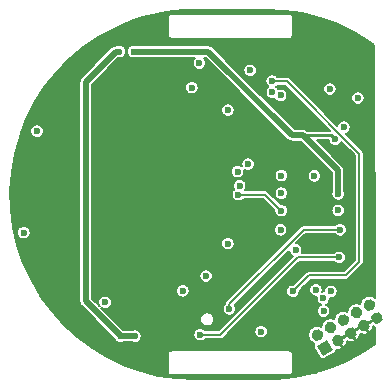
<source format=gbr>
G04 #@! TF.GenerationSoftware,KiCad,Pcbnew,5.1.9-73d0e3b20d~88~ubuntu20.04.1*
G04 #@! TF.CreationDate,2021-03-19T22:30:43+02:00*
G04 #@! TF.ProjectId,nRF5340-Wearable,6e524635-3334-4302-9d57-65617261626c,rev?*
G04 #@! TF.SameCoordinates,Original*
G04 #@! TF.FileFunction,Copper,L3,Inr*
G04 #@! TF.FilePolarity,Positive*
%FSLAX46Y46*%
G04 Gerber Fmt 4.6, Leading zero omitted, Abs format (unit mm)*
G04 Created by KiCad (PCBNEW 5.1.9-73d0e3b20d~88~ubuntu20.04.1) date 2021-03-19 22:30:43*
%MOMM*%
%LPD*%
G01*
G04 APERTURE LIST*
G04 #@! TA.AperFunction,ComponentPad*
%ADD10C,0.100000*%
G04 #@! TD*
G04 #@! TA.AperFunction,ViaPad*
%ADD11C,0.600000*%
G04 #@! TD*
G04 #@! TA.AperFunction,Conductor*
%ADD12C,0.500000*%
G04 #@! TD*
G04 #@! TA.AperFunction,Conductor*
%ADD13C,0.250000*%
G04 #@! TD*
G04 #@! TA.AperFunction,Conductor*
%ADD14C,0.200000*%
G04 #@! TD*
G04 #@! TA.AperFunction,Conductor*
%ADD15C,0.150000*%
G04 #@! TD*
G04 #@! TA.AperFunction,Conductor*
%ADD16C,0.100000*%
G04 #@! TD*
G04 APERTURE END LIST*
G04 #@! TA.AperFunction,ComponentPad*
G36*
G01*
X81014409Y-76793161D02*
X81014409Y-76793161D01*
G75*
G02*
X80331396Y-76610148I-250000J433013D01*
G01*
X80331396Y-76610148D01*
G75*
G02*
X80514409Y-75927135I433013J250000D01*
G01*
X80514409Y-75927135D01*
G75*
G02*
X81197422Y-76110148I250000J-433013D01*
G01*
X81197422Y-76110148D01*
G75*
G02*
X81014409Y-76793161I-433013J-250000D01*
G01*
G37*
G04 #@! TD.AperFunction*
G04 #@! TA.AperFunction,ComponentPad*
G36*
G01*
X81649409Y-77893013D02*
X81649409Y-77893013D01*
G75*
G02*
X80966396Y-77710000I-250000J433013D01*
G01*
X80966396Y-77710000D01*
G75*
G02*
X81149409Y-77026987I433013J250000D01*
G01*
X81149409Y-77026987D01*
G75*
G02*
X81832422Y-77210000I250000J-433013D01*
G01*
X81832422Y-77210000D01*
G75*
G02*
X81649409Y-77893013I-433013J-250000D01*
G01*
G37*
G04 #@! TD.AperFunction*
G04 #@! TA.AperFunction,ComponentPad*
G36*
G01*
X79914557Y-77428161D02*
X79914557Y-77428161D01*
G75*
G02*
X79231544Y-77245148I-250000J433013D01*
G01*
X79231544Y-77245148D01*
G75*
G02*
X79414557Y-76562135I433013J250000D01*
G01*
X79414557Y-76562135D01*
G75*
G02*
X80097570Y-76745148I250000J-433013D01*
G01*
X80097570Y-76745148D01*
G75*
G02*
X79914557Y-77428161I-433013J-250000D01*
G01*
G37*
G04 #@! TD.AperFunction*
G04 #@! TA.AperFunction,ComponentPad*
G36*
G01*
X80549557Y-78528013D02*
X80549557Y-78528013D01*
G75*
G02*
X79866544Y-78345000I-250000J433013D01*
G01*
X79866544Y-78345000D01*
G75*
G02*
X80049557Y-77661987I433013J250000D01*
G01*
X80049557Y-77661987D01*
G75*
G02*
X80732570Y-77845000I250000J-433013D01*
G01*
X80732570Y-77845000D01*
G75*
G02*
X80549557Y-78528013I-433013J-250000D01*
G01*
G37*
G04 #@! TD.AperFunction*
G04 #@! TA.AperFunction,ComponentPad*
G36*
G01*
X78814705Y-78063161D02*
X78814705Y-78063161D01*
G75*
G02*
X78131692Y-77880148I-250000J433013D01*
G01*
X78131692Y-77880148D01*
G75*
G02*
X78314705Y-77197135I433013J250000D01*
G01*
X78314705Y-77197135D01*
G75*
G02*
X78997718Y-77380148I250000J-433013D01*
G01*
X78997718Y-77380148D01*
G75*
G02*
X78814705Y-78063161I-433013J-250000D01*
G01*
G37*
G04 #@! TD.AperFunction*
G04 #@! TA.AperFunction,ComponentPad*
G36*
G01*
X79449705Y-79163013D02*
X79449705Y-79163013D01*
G75*
G02*
X78766692Y-78980000I-250000J433013D01*
G01*
X78766692Y-78980000D01*
G75*
G02*
X78949705Y-78296987I433013J250000D01*
G01*
X78949705Y-78296987D01*
G75*
G02*
X79632718Y-78480000I250000J-433013D01*
G01*
X79632718Y-78480000D01*
G75*
G02*
X79449705Y-79163013I-433013J-250000D01*
G01*
G37*
G04 #@! TD.AperFunction*
G04 #@! TA.AperFunction,ComponentPad*
G36*
G01*
X77714852Y-78698161D02*
X77714852Y-78698161D01*
G75*
G02*
X77031839Y-78515148I-250000J433013D01*
G01*
X77031839Y-78515148D01*
G75*
G02*
X77214852Y-77832135I433013J250000D01*
G01*
X77214852Y-77832135D01*
G75*
G02*
X77897865Y-78015148I250000J-433013D01*
G01*
X77897865Y-78015148D01*
G75*
G02*
X77714852Y-78698161I-433013J-250000D01*
G01*
G37*
G04 #@! TD.AperFunction*
G04 #@! TA.AperFunction,ComponentPad*
G36*
G01*
X78349852Y-79798013D02*
X78349852Y-79798013D01*
G75*
G02*
X77666839Y-79615000I-250000J433013D01*
G01*
X77666839Y-79615000D01*
G75*
G02*
X77849852Y-78931987I433013J250000D01*
G01*
X77849852Y-78931987D01*
G75*
G02*
X78532865Y-79115000I250000J-433013D01*
G01*
X78532865Y-79115000D01*
G75*
G02*
X78349852Y-79798013I-433013J-250000D01*
G01*
G37*
G04 #@! TD.AperFunction*
G04 #@! TA.AperFunction,ComponentPad*
G36*
G01*
X76615000Y-79333161D02*
X76615000Y-79333161D01*
G75*
G02*
X75931987Y-79150148I-250000J433013D01*
G01*
X75931987Y-79150148D01*
G75*
G02*
X76115000Y-78467135I433013J250000D01*
G01*
X76115000Y-78467135D01*
G75*
G02*
X76798013Y-78650148I250000J-433013D01*
G01*
X76798013Y-78650148D01*
G75*
G02*
X76615000Y-79333161I-433013J-250000D01*
G01*
G37*
G04 #@! TD.AperFunction*
G04 #@! TA.AperFunction,ComponentPad*
D10*
G36*
X77683013Y-80183013D02*
G01*
X76816987Y-80683013D01*
X76316987Y-79816987D01*
X77183013Y-79316987D01*
X77683013Y-80183013D01*
G37*
G04 #@! TD.AperFunction*
D11*
X60900000Y-79000000D03*
X60800000Y-54900000D03*
X56743148Y-75624641D03*
X59600000Y-54900000D03*
X59700000Y-79000000D03*
X78129998Y-66940000D03*
X77860000Y-62330000D03*
X54070000Y-64830000D03*
X57530000Y-69960000D03*
X79220000Y-56490000D03*
X62210000Y-61790000D03*
X66430000Y-65500000D03*
X54570000Y-67490000D03*
X80750000Y-62300000D03*
X80740000Y-60040000D03*
X64580000Y-72540000D03*
X67540000Y-67840000D03*
X64620000Y-68230000D03*
X75740000Y-63860000D03*
X76490000Y-71690000D03*
X70120000Y-55620000D03*
X72110000Y-61200000D03*
X69440000Y-74730000D03*
X79130000Y-65340000D03*
X79190000Y-68350000D03*
X75000000Y-52300000D03*
X62900000Y-52200000D03*
X63100000Y-81500000D03*
X75000000Y-81500000D03*
X56400000Y-78400000D03*
X53200000Y-75300000D03*
X56100000Y-55300000D03*
X53800000Y-57600000D03*
X50780000Y-66730000D03*
X76130000Y-81980000D03*
X69200000Y-79600000D03*
X64600000Y-55800000D03*
X71700000Y-54100000D03*
X65700000Y-54000000D03*
X68800000Y-54000000D03*
X65600000Y-79800000D03*
X71800000Y-79700000D03*
X75400000Y-77000000D03*
X70700000Y-71100000D03*
X78900000Y-71900000D03*
X80720000Y-69140000D03*
X80710000Y-66880000D03*
X80720000Y-64610000D03*
X80710000Y-71540000D03*
X80750000Y-73800000D03*
X80810000Y-79630000D03*
X80780000Y-54720000D03*
X78190000Y-53070000D03*
X77700000Y-81360000D03*
X71840000Y-82460000D03*
X66820000Y-82450000D03*
X51700000Y-72270000D03*
X51420000Y-61890000D03*
X73400000Y-62370000D03*
X78170000Y-63860000D03*
X72210000Y-69880000D03*
X70240000Y-59300000D03*
X67390000Y-58860000D03*
X76270000Y-54120000D03*
X74420000Y-63870000D03*
X68130000Y-64470000D03*
X72150000Y-76100000D03*
X74400000Y-79630000D03*
X68260000Y-73550000D03*
X72960000Y-71390000D03*
X75340000Y-57940000D03*
X75630000Y-55700000D03*
X71700000Y-57530000D03*
X64470000Y-61790000D03*
X52280000Y-63740000D03*
X59605010Y-73234990D03*
X69440000Y-64090000D03*
X79470000Y-75940000D03*
X68790000Y-71160000D03*
X70669975Y-56490025D03*
X70500000Y-64430000D03*
X52620000Y-61640000D03*
X79790000Y-58830000D03*
X69610000Y-65060000D03*
X77420000Y-58070000D03*
X77500000Y-75200000D03*
X76886084Y-76866084D03*
X68790000Y-59860000D03*
X51500000Y-70230000D03*
X73320000Y-66890000D03*
X73320000Y-65400000D03*
X66940000Y-73910000D03*
X76106791Y-65419080D03*
X73248909Y-69988909D03*
X78610000Y-61300000D03*
X64960000Y-75150000D03*
X74518572Y-71689279D03*
X58380662Y-76134540D03*
X78110000Y-68350000D03*
X66370000Y-55860000D03*
X68910000Y-76684540D03*
X78290000Y-69980000D03*
X66440000Y-78860000D03*
X78200000Y-72320000D03*
X65730000Y-57950000D03*
X71600000Y-78600000D03*
X69770000Y-66260000D03*
X76233916Y-75066084D03*
X74280000Y-75200000D03*
X72540000Y-57400000D03*
X73300000Y-68360000D03*
X69679986Y-67011855D03*
X73250000Y-58610000D03*
X72550000Y-58340000D03*
X76876360Y-75781456D03*
D12*
X56743148Y-61393148D02*
X56743148Y-75624641D01*
X56743148Y-57466852D02*
X56743148Y-61393148D01*
X59310000Y-54900000D02*
X56743148Y-57466852D01*
X59600000Y-54900000D02*
X59310000Y-54900000D01*
X56743148Y-76043148D02*
X59700000Y-79000000D01*
X56743148Y-75624641D02*
X56743148Y-76043148D01*
X59700000Y-79000000D02*
X60900000Y-79000000D01*
X78129998Y-64939998D02*
X78129998Y-66940000D01*
X75180000Y-61990000D02*
X78129998Y-64939998D01*
D13*
X75180000Y-61990000D02*
X77520000Y-61990000D01*
X77520000Y-61990000D02*
X77860000Y-62330000D01*
D12*
X74220000Y-61990000D02*
X75180000Y-61990000D01*
X67130000Y-54900000D02*
X74220000Y-61990000D01*
X60800000Y-54900000D02*
X67130000Y-54900000D01*
D14*
X68910000Y-76260276D02*
X68910000Y-76684540D01*
X78290000Y-69980000D02*
X75190276Y-69980000D01*
X75190276Y-69980000D02*
X68910000Y-76260276D01*
X68150000Y-78860000D02*
X74690000Y-72320000D01*
X74690000Y-72320000D02*
X78200000Y-72320000D01*
X66440000Y-78860000D02*
X68150000Y-78860000D01*
X72964264Y-57400000D02*
X72540000Y-57400000D01*
X79900000Y-63534002D02*
X73765998Y-57400000D01*
X73765998Y-57400000D02*
X72964264Y-57400000D01*
X79900000Y-72700000D02*
X79900000Y-63534002D01*
X78770000Y-73830000D02*
X79900000Y-72700000D01*
X75650000Y-73830000D02*
X78770000Y-73830000D01*
X74280000Y-75200000D02*
X75650000Y-73830000D01*
X71951855Y-67011855D02*
X69679986Y-67011855D01*
X73300000Y-68360000D02*
X71951855Y-67011855D01*
D15*
X73554313Y-51427812D02*
X75093247Y-51659180D01*
X76601604Y-52042254D01*
X78064457Y-52573244D01*
X79467320Y-53246889D01*
X80796368Y-54056552D01*
X81162522Y-54332971D01*
X81199998Y-75719115D01*
X81131509Y-75673352D01*
X80990468Y-75614931D01*
X80840740Y-75585148D01*
X80688078Y-75585148D01*
X80538350Y-75614931D01*
X80397309Y-75673352D01*
X80270375Y-75758166D01*
X80162427Y-75866114D01*
X80077613Y-75993048D01*
X80019192Y-76134089D01*
X79989409Y-76283817D01*
X79989409Y-76290852D01*
X79890616Y-76249931D01*
X79740888Y-76220148D01*
X79588226Y-76220148D01*
X79438498Y-76249931D01*
X79297457Y-76308352D01*
X79170523Y-76393166D01*
X79062575Y-76501114D01*
X78977761Y-76628048D01*
X78919340Y-76769089D01*
X78889557Y-76918817D01*
X78889557Y-76925852D01*
X78790764Y-76884931D01*
X78641036Y-76855148D01*
X78488374Y-76855148D01*
X78338646Y-76884931D01*
X78197605Y-76943352D01*
X78070671Y-77028166D01*
X77962723Y-77136114D01*
X77877909Y-77263048D01*
X77819488Y-77404089D01*
X77789705Y-77553817D01*
X77789705Y-77560853D01*
X77690911Y-77519931D01*
X77541183Y-77490148D01*
X77388521Y-77490148D01*
X77238793Y-77519931D01*
X77097752Y-77578352D01*
X76970818Y-77663166D01*
X76862870Y-77771114D01*
X76778056Y-77898048D01*
X76719635Y-78039089D01*
X76689852Y-78188817D01*
X76689852Y-78195852D01*
X76591059Y-78154931D01*
X76441331Y-78125148D01*
X76288669Y-78125148D01*
X76138941Y-78154931D01*
X75997900Y-78213352D01*
X75870966Y-78298166D01*
X75763018Y-78406114D01*
X75678204Y-78533048D01*
X75619783Y-78674089D01*
X75590000Y-78823817D01*
X75590000Y-78976479D01*
X75619783Y-79126207D01*
X75678204Y-79267248D01*
X75763018Y-79394182D01*
X75870966Y-79502130D01*
X75997900Y-79586944D01*
X76111567Y-79634026D01*
X76097760Y-79648768D01*
X76069154Y-79694769D01*
X76050073Y-79745467D01*
X76041249Y-79798914D01*
X76043021Y-79853055D01*
X76055322Y-79905810D01*
X76077678Y-79955152D01*
X76577678Y-80821178D01*
X76609231Y-80865210D01*
X76648768Y-80902240D01*
X76694769Y-80930846D01*
X76745467Y-80949927D01*
X76798914Y-80958751D01*
X76853055Y-80956979D01*
X76905810Y-80944678D01*
X76955152Y-80922322D01*
X77821178Y-80422322D01*
X77865210Y-80390769D01*
X77902240Y-80351232D01*
X77930846Y-80305231D01*
X77949927Y-80254533D01*
X77958751Y-80201086D01*
X77956979Y-80146945D01*
X77951406Y-80123045D01*
X78068737Y-80139380D01*
X78220409Y-80130571D01*
X78330330Y-80104936D01*
X78408790Y-80000096D01*
X78081551Y-79433301D01*
X78064230Y-79443301D01*
X78029589Y-79383301D01*
X78168153Y-79383301D01*
X78495392Y-79950096D01*
X78625416Y-79934568D01*
X78702577Y-79852191D01*
X78786042Y-79725244D01*
X78843137Y-79584453D01*
X78871668Y-79435228D01*
X78871642Y-79431780D01*
X78874616Y-79433526D01*
X79018114Y-79483430D01*
X79168590Y-79504380D01*
X79320262Y-79495571D01*
X79430183Y-79469936D01*
X79508643Y-79365096D01*
X79181404Y-78798301D01*
X78735087Y-79055982D01*
X78168153Y-79383301D01*
X78029589Y-79383301D01*
X78014230Y-79356699D01*
X78031551Y-79346699D01*
X78021551Y-79329378D01*
X78108153Y-79279378D01*
X78118153Y-79296699D01*
X78564470Y-79039018D01*
X79068007Y-78748301D01*
X79268006Y-78748301D01*
X79595245Y-79315096D01*
X79725269Y-79299568D01*
X79802430Y-79217191D01*
X79885895Y-79090244D01*
X79942990Y-78949453D01*
X79971521Y-78800228D01*
X79971495Y-78796780D01*
X79974468Y-78798526D01*
X80117966Y-78848430D01*
X80268442Y-78869380D01*
X80420114Y-78860571D01*
X80530035Y-78834936D01*
X80608495Y-78730096D01*
X80281256Y-78163301D01*
X79834940Y-78420982D01*
X79268006Y-78748301D01*
X79068007Y-78748301D01*
X79131404Y-78711699D01*
X79121404Y-78694378D01*
X79208006Y-78644378D01*
X79218006Y-78661699D01*
X79664322Y-78404018D01*
X80231256Y-78076699D01*
X80221256Y-78059378D01*
X80307858Y-78009378D01*
X80317858Y-78026699D01*
X80764174Y-77769018D01*
X81203146Y-77515578D01*
X81203348Y-77630931D01*
X80934792Y-77785982D01*
X80367858Y-78113301D01*
X80695097Y-78680096D01*
X80825121Y-78664568D01*
X80902282Y-78582191D01*
X80985747Y-78455244D01*
X81042842Y-78314453D01*
X81071373Y-78165228D01*
X81071347Y-78161780D01*
X81074320Y-78163526D01*
X81204361Y-78208750D01*
X81206863Y-79636794D01*
X80246630Y-80300452D01*
X78884860Y-81053741D01*
X77455002Y-81668057D01*
X75971203Y-82137321D01*
X74448135Y-82456893D01*
X72897198Y-82624010D01*
X71994956Y-82650000D01*
X66008705Y-82650000D01*
X64445686Y-82572188D01*
X62906752Y-82340820D01*
X61398396Y-81957746D01*
X59935543Y-81426756D01*
X58532675Y-80753109D01*
X58117202Y-80500000D01*
X63698549Y-80500000D01*
X63700000Y-80514733D01*
X63700001Y-81985257D01*
X63698549Y-82000000D01*
X63704341Y-82058810D01*
X63721496Y-82115360D01*
X63749353Y-82167477D01*
X63786842Y-82213158D01*
X63832523Y-82250647D01*
X63884640Y-82278504D01*
X63941190Y-82295659D01*
X63985267Y-82300000D01*
X64000000Y-82301451D01*
X64014733Y-82300000D01*
X73985267Y-82300000D01*
X74000000Y-82301451D01*
X74014733Y-82300000D01*
X74058810Y-82295659D01*
X74115360Y-82278504D01*
X74167477Y-82250647D01*
X74213158Y-82213158D01*
X74250647Y-82167477D01*
X74278504Y-82115360D01*
X74295659Y-82058810D01*
X74301451Y-82000000D01*
X74300000Y-81985267D01*
X74300000Y-80514733D01*
X74301451Y-80500000D01*
X74295659Y-80441190D01*
X74278504Y-80384640D01*
X74250647Y-80332523D01*
X74213158Y-80286842D01*
X74167477Y-80249353D01*
X74115360Y-80221496D01*
X74058810Y-80204341D01*
X74014733Y-80200000D01*
X74000000Y-80198549D01*
X73985267Y-80200000D01*
X64014733Y-80200000D01*
X64000000Y-80198549D01*
X63985267Y-80200000D01*
X63941190Y-80204341D01*
X63884640Y-80221496D01*
X63832523Y-80249353D01*
X63786842Y-80286842D01*
X63749353Y-80332523D01*
X63721496Y-80384640D01*
X63704341Y-80441190D01*
X63698549Y-80500000D01*
X58117202Y-80500000D01*
X57203639Y-79943452D01*
X55961594Y-79005804D01*
X54818814Y-77949429D01*
X53786600Y-76784774D01*
X52907427Y-75568008D01*
X56168148Y-75568008D01*
X56168148Y-75681274D01*
X56190245Y-75792362D01*
X56218148Y-75859726D01*
X56218148Y-76017368D01*
X56215609Y-76043148D01*
X56218148Y-76068928D01*
X56218148Y-76068936D01*
X56220490Y-76092706D01*
X56225745Y-76146065D01*
X56255765Y-76245028D01*
X56304515Y-76336233D01*
X56321112Y-76356456D01*
X56370122Y-76416175D01*
X56390153Y-76432614D01*
X59162539Y-79205001D01*
X59190442Y-79272365D01*
X59253368Y-79366541D01*
X59333459Y-79446632D01*
X59427635Y-79509558D01*
X59532279Y-79552903D01*
X59643367Y-79575000D01*
X59756633Y-79575000D01*
X59867721Y-79552903D01*
X59935085Y-79525000D01*
X60664915Y-79525000D01*
X60732279Y-79552903D01*
X60843367Y-79575000D01*
X60956633Y-79575000D01*
X61067721Y-79552903D01*
X61172365Y-79509558D01*
X61266541Y-79446632D01*
X61346632Y-79366541D01*
X61409558Y-79272365D01*
X61452903Y-79167721D01*
X61475000Y-79056633D01*
X61475000Y-78943367D01*
X61452903Y-78832279D01*
X61440928Y-78803367D01*
X65865000Y-78803367D01*
X65865000Y-78916633D01*
X65887097Y-79027721D01*
X65930442Y-79132365D01*
X65993368Y-79226541D01*
X66073459Y-79306632D01*
X66167635Y-79369558D01*
X66272279Y-79412903D01*
X66383367Y-79435000D01*
X66496633Y-79435000D01*
X66607721Y-79412903D01*
X66712365Y-79369558D01*
X66806541Y-79306632D01*
X66878173Y-79235000D01*
X68131584Y-79235000D01*
X68150000Y-79236814D01*
X68168416Y-79235000D01*
X68168419Y-79235000D01*
X68223513Y-79229574D01*
X68294200Y-79208131D01*
X68359347Y-79173309D01*
X68416448Y-79126448D01*
X68428195Y-79112134D01*
X68996962Y-78543367D01*
X71025000Y-78543367D01*
X71025000Y-78656633D01*
X71047097Y-78767721D01*
X71090442Y-78872365D01*
X71153368Y-78966541D01*
X71233459Y-79046632D01*
X71327635Y-79109558D01*
X71432279Y-79152903D01*
X71543367Y-79175000D01*
X71656633Y-79175000D01*
X71767721Y-79152903D01*
X71872365Y-79109558D01*
X71966541Y-79046632D01*
X72046632Y-78966541D01*
X72109558Y-78872365D01*
X72152903Y-78767721D01*
X72175000Y-78656633D01*
X72175000Y-78543367D01*
X72152903Y-78432279D01*
X72109558Y-78327635D01*
X72046632Y-78233459D01*
X71966541Y-78153368D01*
X71872365Y-78090442D01*
X71767721Y-78047097D01*
X71656633Y-78025000D01*
X71543367Y-78025000D01*
X71432279Y-78047097D01*
X71327635Y-78090442D01*
X71233459Y-78153368D01*
X71153368Y-78233459D01*
X71090442Y-78327635D01*
X71047097Y-78432279D01*
X71025000Y-78543367D01*
X68996962Y-78543367D01*
X74845330Y-72695000D01*
X77761827Y-72695000D01*
X77833459Y-72766632D01*
X77927635Y-72829558D01*
X78032279Y-72872903D01*
X78143367Y-72895000D01*
X78256633Y-72895000D01*
X78367721Y-72872903D01*
X78472365Y-72829558D01*
X78566541Y-72766632D01*
X78646632Y-72686541D01*
X78709558Y-72592365D01*
X78752903Y-72487721D01*
X78775000Y-72376633D01*
X78775000Y-72263367D01*
X78752903Y-72152279D01*
X78709558Y-72047635D01*
X78646632Y-71953459D01*
X78566541Y-71873368D01*
X78472365Y-71810442D01*
X78367721Y-71767097D01*
X78256633Y-71745000D01*
X78143367Y-71745000D01*
X78032279Y-71767097D01*
X77927635Y-71810442D01*
X77833459Y-71873368D01*
X77761827Y-71945000D01*
X75035024Y-71945000D01*
X75071475Y-71857000D01*
X75093572Y-71745912D01*
X75093572Y-71632646D01*
X75071475Y-71521558D01*
X75028130Y-71416914D01*
X74965204Y-71322738D01*
X74885113Y-71242647D01*
X74790937Y-71179721D01*
X74686293Y-71136376D01*
X74584482Y-71116124D01*
X75345606Y-70355000D01*
X77851827Y-70355000D01*
X77923459Y-70426632D01*
X78017635Y-70489558D01*
X78122279Y-70532903D01*
X78233367Y-70555000D01*
X78346633Y-70555000D01*
X78457721Y-70532903D01*
X78562365Y-70489558D01*
X78656541Y-70426632D01*
X78736632Y-70346541D01*
X78799558Y-70252365D01*
X78842903Y-70147721D01*
X78865000Y-70036633D01*
X78865000Y-69923367D01*
X78842903Y-69812279D01*
X78799558Y-69707635D01*
X78736632Y-69613459D01*
X78656541Y-69533368D01*
X78562365Y-69470442D01*
X78457721Y-69427097D01*
X78346633Y-69405000D01*
X78233367Y-69405000D01*
X78122279Y-69427097D01*
X78017635Y-69470442D01*
X77923459Y-69533368D01*
X77851827Y-69605000D01*
X75208691Y-69605000D01*
X75190275Y-69603186D01*
X75171859Y-69605000D01*
X75171857Y-69605000D01*
X75116763Y-69610426D01*
X75046076Y-69631869D01*
X75046074Y-69631870D01*
X74980928Y-69666691D01*
X74968249Y-69677097D01*
X74923828Y-69713552D01*
X74912085Y-69727861D01*
X68657866Y-75982081D01*
X68643552Y-75993828D01*
X68596691Y-76050930D01*
X68561869Y-76116077D01*
X68540426Y-76186764D01*
X68535389Y-76237908D01*
X68534508Y-76246859D01*
X68463368Y-76317999D01*
X68400442Y-76412175D01*
X68357097Y-76516819D01*
X68335000Y-76627907D01*
X68335000Y-76741173D01*
X68357097Y-76852261D01*
X68400442Y-76956905D01*
X68463368Y-77051081D01*
X68543459Y-77131172D01*
X68637635Y-77194098D01*
X68742279Y-77237443D01*
X68853367Y-77259540D01*
X68966633Y-77259540D01*
X69077721Y-77237443D01*
X69182365Y-77194098D01*
X69276541Y-77131172D01*
X69356632Y-77051081D01*
X69419558Y-76956905D01*
X69462903Y-76852261D01*
X69485000Y-76741173D01*
X69485000Y-76627907D01*
X69462903Y-76516819D01*
X69419558Y-76412175D01*
X69367036Y-76333569D01*
X73945417Y-71755189D01*
X73965669Y-71857000D01*
X74009014Y-71961644D01*
X74071940Y-72055820D01*
X74152031Y-72135911D01*
X74246207Y-72198837D01*
X74270691Y-72208979D01*
X67994671Y-78485000D01*
X66878173Y-78485000D01*
X66806541Y-78413368D01*
X66712365Y-78350442D01*
X66607721Y-78307097D01*
X66496633Y-78285000D01*
X66383367Y-78285000D01*
X66272279Y-78307097D01*
X66167635Y-78350442D01*
X66073459Y-78413368D01*
X65993368Y-78493459D01*
X65930442Y-78587635D01*
X65887097Y-78692279D01*
X65865000Y-78803367D01*
X61440928Y-78803367D01*
X61409558Y-78727635D01*
X61346632Y-78633459D01*
X61266541Y-78553368D01*
X61172365Y-78490442D01*
X61067721Y-78447097D01*
X60956633Y-78425000D01*
X60843367Y-78425000D01*
X60732279Y-78447097D01*
X60664915Y-78475000D01*
X59935085Y-78475000D01*
X59905001Y-78462539D01*
X58953367Y-77510905D01*
X66423000Y-77510905D01*
X66423000Y-77629095D01*
X66446058Y-77745014D01*
X66491287Y-77854207D01*
X66556950Y-77952478D01*
X66640522Y-78036050D01*
X66738793Y-78101713D01*
X66847986Y-78146942D01*
X66963905Y-78170000D01*
X67082095Y-78170000D01*
X67198014Y-78146942D01*
X67307207Y-78101713D01*
X67405478Y-78036050D01*
X67489050Y-77952478D01*
X67554713Y-77854207D01*
X67599942Y-77745014D01*
X67623000Y-77629095D01*
X67623000Y-77510905D01*
X67599942Y-77394986D01*
X67554713Y-77285793D01*
X67489050Y-77187522D01*
X67405478Y-77103950D01*
X67307207Y-77038287D01*
X67198014Y-76993058D01*
X67082095Y-76970000D01*
X66963905Y-76970000D01*
X66847986Y-76993058D01*
X66738793Y-77038287D01*
X66640522Y-77103950D01*
X66556950Y-77187522D01*
X66491287Y-77285793D01*
X66446058Y-77394986D01*
X66423000Y-77510905D01*
X58953367Y-77510905D01*
X58042788Y-76600326D01*
X58108297Y-76644098D01*
X58212941Y-76687443D01*
X58324029Y-76709540D01*
X58437295Y-76709540D01*
X58548383Y-76687443D01*
X58653027Y-76644098D01*
X58747203Y-76581172D01*
X58827294Y-76501081D01*
X58890220Y-76406905D01*
X58933565Y-76302261D01*
X58955662Y-76191173D01*
X58955662Y-76077907D01*
X58933565Y-75966819D01*
X58890220Y-75862175D01*
X58827294Y-75767999D01*
X58747203Y-75687908D01*
X58653027Y-75624982D01*
X58548383Y-75581637D01*
X58437295Y-75559540D01*
X58324029Y-75559540D01*
X58212941Y-75581637D01*
X58108297Y-75624982D01*
X58014121Y-75687908D01*
X57934030Y-75767999D01*
X57871104Y-75862175D01*
X57827759Y-75966819D01*
X57805662Y-76077907D01*
X57805662Y-76191173D01*
X57827759Y-76302261D01*
X57871104Y-76406905D01*
X57914876Y-76472415D01*
X57278118Y-75835657D01*
X57296051Y-75792362D01*
X57318148Y-75681274D01*
X57318148Y-75568008D01*
X57296051Y-75456920D01*
X57268148Y-75389556D01*
X57268148Y-75093367D01*
X64385000Y-75093367D01*
X64385000Y-75206633D01*
X64407097Y-75317721D01*
X64450442Y-75422365D01*
X64513368Y-75516541D01*
X64593459Y-75596632D01*
X64687635Y-75659558D01*
X64792279Y-75702903D01*
X64903367Y-75725000D01*
X65016633Y-75725000D01*
X65127721Y-75702903D01*
X65232365Y-75659558D01*
X65326541Y-75596632D01*
X65406632Y-75516541D01*
X65469558Y-75422365D01*
X65512903Y-75317721D01*
X65535000Y-75206633D01*
X65535000Y-75093367D01*
X65512903Y-74982279D01*
X65469558Y-74877635D01*
X65406632Y-74783459D01*
X65326541Y-74703368D01*
X65232365Y-74640442D01*
X65127721Y-74597097D01*
X65016633Y-74575000D01*
X64903367Y-74575000D01*
X64792279Y-74597097D01*
X64687635Y-74640442D01*
X64593459Y-74703368D01*
X64513368Y-74783459D01*
X64450442Y-74877635D01*
X64407097Y-74982279D01*
X64385000Y-75093367D01*
X57268148Y-75093367D01*
X57268148Y-73853367D01*
X66365000Y-73853367D01*
X66365000Y-73966633D01*
X66387097Y-74077721D01*
X66430442Y-74182365D01*
X66493368Y-74276541D01*
X66573459Y-74356632D01*
X66667635Y-74419558D01*
X66772279Y-74462903D01*
X66883367Y-74485000D01*
X66996633Y-74485000D01*
X67107721Y-74462903D01*
X67212365Y-74419558D01*
X67306541Y-74356632D01*
X67386632Y-74276541D01*
X67449558Y-74182365D01*
X67492903Y-74077721D01*
X67515000Y-73966633D01*
X67515000Y-73853367D01*
X67492903Y-73742279D01*
X67449558Y-73637635D01*
X67386632Y-73543459D01*
X67306541Y-73463368D01*
X67212365Y-73400442D01*
X67107721Y-73357097D01*
X66996633Y-73335000D01*
X66883367Y-73335000D01*
X66772279Y-73357097D01*
X66667635Y-73400442D01*
X66573459Y-73463368D01*
X66493368Y-73543459D01*
X66430442Y-73637635D01*
X66387097Y-73742279D01*
X66365000Y-73853367D01*
X57268148Y-73853367D01*
X57268148Y-71103367D01*
X68215000Y-71103367D01*
X68215000Y-71216633D01*
X68237097Y-71327721D01*
X68280442Y-71432365D01*
X68343368Y-71526541D01*
X68423459Y-71606632D01*
X68517635Y-71669558D01*
X68622279Y-71712903D01*
X68733367Y-71735000D01*
X68846633Y-71735000D01*
X68957721Y-71712903D01*
X69062365Y-71669558D01*
X69156541Y-71606632D01*
X69236632Y-71526541D01*
X69299558Y-71432365D01*
X69342903Y-71327721D01*
X69365000Y-71216633D01*
X69365000Y-71103367D01*
X69342903Y-70992279D01*
X69299558Y-70887635D01*
X69236632Y-70793459D01*
X69156541Y-70713368D01*
X69062365Y-70650442D01*
X68957721Y-70607097D01*
X68846633Y-70585000D01*
X68733367Y-70585000D01*
X68622279Y-70607097D01*
X68517635Y-70650442D01*
X68423459Y-70713368D01*
X68343368Y-70793459D01*
X68280442Y-70887635D01*
X68237097Y-70992279D01*
X68215000Y-71103367D01*
X57268148Y-71103367D01*
X57268148Y-69932276D01*
X72673909Y-69932276D01*
X72673909Y-70045542D01*
X72696006Y-70156630D01*
X72739351Y-70261274D01*
X72802277Y-70355450D01*
X72882368Y-70435541D01*
X72976544Y-70498467D01*
X73081188Y-70541812D01*
X73192276Y-70563909D01*
X73305542Y-70563909D01*
X73416630Y-70541812D01*
X73521274Y-70498467D01*
X73615450Y-70435541D01*
X73695541Y-70355450D01*
X73758467Y-70261274D01*
X73801812Y-70156630D01*
X73823909Y-70045542D01*
X73823909Y-69932276D01*
X73801812Y-69821188D01*
X73758467Y-69716544D01*
X73695541Y-69622368D01*
X73615450Y-69542277D01*
X73521274Y-69479351D01*
X73416630Y-69436006D01*
X73305542Y-69413909D01*
X73192276Y-69413909D01*
X73081188Y-69436006D01*
X72976544Y-69479351D01*
X72882368Y-69542277D01*
X72802277Y-69622368D01*
X72739351Y-69716544D01*
X72696006Y-69821188D01*
X72673909Y-69932276D01*
X57268148Y-69932276D01*
X57268148Y-66955222D01*
X69104986Y-66955222D01*
X69104986Y-67068488D01*
X69127083Y-67179576D01*
X69170428Y-67284220D01*
X69233354Y-67378396D01*
X69313445Y-67458487D01*
X69407621Y-67521413D01*
X69512265Y-67564758D01*
X69623353Y-67586855D01*
X69736619Y-67586855D01*
X69847707Y-67564758D01*
X69952351Y-67521413D01*
X70046527Y-67458487D01*
X70118159Y-67386855D01*
X71796526Y-67386855D01*
X72725000Y-68315330D01*
X72725000Y-68416633D01*
X72747097Y-68527721D01*
X72790442Y-68632365D01*
X72853368Y-68726541D01*
X72933459Y-68806632D01*
X73027635Y-68869558D01*
X73132279Y-68912903D01*
X73243367Y-68935000D01*
X73356633Y-68935000D01*
X73467721Y-68912903D01*
X73572365Y-68869558D01*
X73666541Y-68806632D01*
X73746632Y-68726541D01*
X73809558Y-68632365D01*
X73852903Y-68527721D01*
X73875000Y-68416633D01*
X73875000Y-68303367D01*
X73873011Y-68293367D01*
X77535000Y-68293367D01*
X77535000Y-68406633D01*
X77557097Y-68517721D01*
X77600442Y-68622365D01*
X77663368Y-68716541D01*
X77743459Y-68796632D01*
X77837635Y-68859558D01*
X77942279Y-68902903D01*
X78053367Y-68925000D01*
X78166633Y-68925000D01*
X78277721Y-68902903D01*
X78382365Y-68859558D01*
X78476541Y-68796632D01*
X78556632Y-68716541D01*
X78619558Y-68622365D01*
X78662903Y-68517721D01*
X78685000Y-68406633D01*
X78685000Y-68293367D01*
X78662903Y-68182279D01*
X78619558Y-68077635D01*
X78556632Y-67983459D01*
X78476541Y-67903368D01*
X78382365Y-67840442D01*
X78277721Y-67797097D01*
X78166633Y-67775000D01*
X78053367Y-67775000D01*
X77942279Y-67797097D01*
X77837635Y-67840442D01*
X77743459Y-67903368D01*
X77663368Y-67983459D01*
X77600442Y-68077635D01*
X77557097Y-68182279D01*
X77535000Y-68293367D01*
X73873011Y-68293367D01*
X73852903Y-68192279D01*
X73809558Y-68087635D01*
X73746632Y-67993459D01*
X73666541Y-67913368D01*
X73572365Y-67850442D01*
X73467721Y-67807097D01*
X73356633Y-67785000D01*
X73255330Y-67785000D01*
X72303697Y-66833367D01*
X72745000Y-66833367D01*
X72745000Y-66946633D01*
X72767097Y-67057721D01*
X72810442Y-67162365D01*
X72873368Y-67256541D01*
X72953459Y-67336632D01*
X73047635Y-67399558D01*
X73152279Y-67442903D01*
X73263367Y-67465000D01*
X73376633Y-67465000D01*
X73487721Y-67442903D01*
X73592365Y-67399558D01*
X73686541Y-67336632D01*
X73766632Y-67256541D01*
X73829558Y-67162365D01*
X73872903Y-67057721D01*
X73895000Y-66946633D01*
X73895000Y-66833367D01*
X73872903Y-66722279D01*
X73829558Y-66617635D01*
X73766632Y-66523459D01*
X73686541Y-66443368D01*
X73592365Y-66380442D01*
X73487721Y-66337097D01*
X73376633Y-66315000D01*
X73263367Y-66315000D01*
X73152279Y-66337097D01*
X73047635Y-66380442D01*
X72953459Y-66443368D01*
X72873368Y-66523459D01*
X72810442Y-66617635D01*
X72767097Y-66722279D01*
X72745000Y-66833367D01*
X72303697Y-66833367D01*
X72230050Y-66759721D01*
X72218303Y-66745407D01*
X72161202Y-66698546D01*
X72096055Y-66663724D01*
X72025368Y-66642281D01*
X71970274Y-66636855D01*
X71970271Y-66636855D01*
X71951855Y-66635041D01*
X71933439Y-66636855D01*
X70206318Y-66636855D01*
X70216632Y-66626541D01*
X70279558Y-66532365D01*
X70322903Y-66427721D01*
X70345000Y-66316633D01*
X70345000Y-66203367D01*
X70322903Y-66092279D01*
X70279558Y-65987635D01*
X70216632Y-65893459D01*
X70136541Y-65813368D01*
X70042365Y-65750442D01*
X69937721Y-65707097D01*
X69826633Y-65685000D01*
X69713367Y-65685000D01*
X69602279Y-65707097D01*
X69497635Y-65750442D01*
X69403459Y-65813368D01*
X69323368Y-65893459D01*
X69260442Y-65987635D01*
X69217097Y-66092279D01*
X69195000Y-66203367D01*
X69195000Y-66316633D01*
X69217097Y-66427721D01*
X69260442Y-66532365D01*
X69294833Y-66583835D01*
X69233354Y-66645314D01*
X69170428Y-66739490D01*
X69127083Y-66844134D01*
X69104986Y-66955222D01*
X57268148Y-66955222D01*
X57268148Y-65003367D01*
X69035000Y-65003367D01*
X69035000Y-65116633D01*
X69057097Y-65227721D01*
X69100442Y-65332365D01*
X69163368Y-65426541D01*
X69243459Y-65506632D01*
X69337635Y-65569558D01*
X69442279Y-65612903D01*
X69553367Y-65635000D01*
X69666633Y-65635000D01*
X69777721Y-65612903D01*
X69882365Y-65569558D01*
X69976541Y-65506632D01*
X70056632Y-65426541D01*
X70112206Y-65343367D01*
X72745000Y-65343367D01*
X72745000Y-65456633D01*
X72767097Y-65567721D01*
X72810442Y-65672365D01*
X72873368Y-65766541D01*
X72953459Y-65846632D01*
X73047635Y-65909558D01*
X73152279Y-65952903D01*
X73263367Y-65975000D01*
X73376633Y-65975000D01*
X73487721Y-65952903D01*
X73592365Y-65909558D01*
X73686541Y-65846632D01*
X73766632Y-65766541D01*
X73829558Y-65672365D01*
X73872903Y-65567721D01*
X73895000Y-65456633D01*
X73895000Y-65362447D01*
X75531791Y-65362447D01*
X75531791Y-65475713D01*
X75553888Y-65586801D01*
X75597233Y-65691445D01*
X75660159Y-65785621D01*
X75740250Y-65865712D01*
X75834426Y-65928638D01*
X75939070Y-65971983D01*
X76050158Y-65994080D01*
X76163424Y-65994080D01*
X76274512Y-65971983D01*
X76379156Y-65928638D01*
X76473332Y-65865712D01*
X76553423Y-65785621D01*
X76616349Y-65691445D01*
X76659694Y-65586801D01*
X76681791Y-65475713D01*
X76681791Y-65362447D01*
X76659694Y-65251359D01*
X76616349Y-65146715D01*
X76553423Y-65052539D01*
X76473332Y-64972448D01*
X76379156Y-64909522D01*
X76274512Y-64866177D01*
X76163424Y-64844080D01*
X76050158Y-64844080D01*
X75939070Y-64866177D01*
X75834426Y-64909522D01*
X75740250Y-64972448D01*
X75660159Y-65052539D01*
X75597233Y-65146715D01*
X75553888Y-65251359D01*
X75531791Y-65362447D01*
X73895000Y-65362447D01*
X73895000Y-65343367D01*
X73872903Y-65232279D01*
X73829558Y-65127635D01*
X73766632Y-65033459D01*
X73686541Y-64953368D01*
X73592365Y-64890442D01*
X73487721Y-64847097D01*
X73376633Y-64825000D01*
X73263367Y-64825000D01*
X73152279Y-64847097D01*
X73047635Y-64890442D01*
X72953459Y-64953368D01*
X72873368Y-65033459D01*
X72810442Y-65127635D01*
X72767097Y-65232279D01*
X72745000Y-65343367D01*
X70112206Y-65343367D01*
X70119558Y-65332365D01*
X70162903Y-65227721D01*
X70185000Y-65116633D01*
X70185000Y-65003367D01*
X70163827Y-64896923D01*
X70227635Y-64939558D01*
X70332279Y-64982903D01*
X70443367Y-65005000D01*
X70556633Y-65005000D01*
X70667721Y-64982903D01*
X70772365Y-64939558D01*
X70866541Y-64876632D01*
X70946632Y-64796541D01*
X71009558Y-64702365D01*
X71052903Y-64597721D01*
X71075000Y-64486633D01*
X71075000Y-64373367D01*
X71052903Y-64262279D01*
X71009558Y-64157635D01*
X70946632Y-64063459D01*
X70866541Y-63983368D01*
X70772365Y-63920442D01*
X70667721Y-63877097D01*
X70556633Y-63855000D01*
X70443367Y-63855000D01*
X70332279Y-63877097D01*
X70227635Y-63920442D01*
X70133459Y-63983368D01*
X70053368Y-64063459D01*
X69990442Y-64157635D01*
X69947097Y-64262279D01*
X69925000Y-64373367D01*
X69925000Y-64486633D01*
X69946173Y-64593077D01*
X69882365Y-64550442D01*
X69777721Y-64507097D01*
X69666633Y-64485000D01*
X69553367Y-64485000D01*
X69442279Y-64507097D01*
X69337635Y-64550442D01*
X69243459Y-64613368D01*
X69163368Y-64693459D01*
X69100442Y-64787635D01*
X69057097Y-64892279D01*
X69035000Y-65003367D01*
X57268148Y-65003367D01*
X57268148Y-59803367D01*
X68215000Y-59803367D01*
X68215000Y-59916633D01*
X68237097Y-60027721D01*
X68280442Y-60132365D01*
X68343368Y-60226541D01*
X68423459Y-60306632D01*
X68517635Y-60369558D01*
X68622279Y-60412903D01*
X68733367Y-60435000D01*
X68846633Y-60435000D01*
X68957721Y-60412903D01*
X69062365Y-60369558D01*
X69156541Y-60306632D01*
X69236632Y-60226541D01*
X69299558Y-60132365D01*
X69342903Y-60027721D01*
X69365000Y-59916633D01*
X69365000Y-59803367D01*
X69342903Y-59692279D01*
X69299558Y-59587635D01*
X69236632Y-59493459D01*
X69156541Y-59413368D01*
X69062365Y-59350442D01*
X68957721Y-59307097D01*
X68846633Y-59285000D01*
X68733367Y-59285000D01*
X68622279Y-59307097D01*
X68517635Y-59350442D01*
X68423459Y-59413368D01*
X68343368Y-59493459D01*
X68280442Y-59587635D01*
X68237097Y-59692279D01*
X68215000Y-59803367D01*
X57268148Y-59803367D01*
X57268148Y-57893367D01*
X65155000Y-57893367D01*
X65155000Y-58006633D01*
X65177097Y-58117721D01*
X65220442Y-58222365D01*
X65283368Y-58316541D01*
X65363459Y-58396632D01*
X65457635Y-58459558D01*
X65562279Y-58502903D01*
X65673367Y-58525000D01*
X65786633Y-58525000D01*
X65897721Y-58502903D01*
X66002365Y-58459558D01*
X66096541Y-58396632D01*
X66176632Y-58316541D01*
X66239558Y-58222365D01*
X66282903Y-58117721D01*
X66305000Y-58006633D01*
X66305000Y-57893367D01*
X66282903Y-57782279D01*
X66239558Y-57677635D01*
X66176632Y-57583459D01*
X66096541Y-57503368D01*
X66002365Y-57440442D01*
X65897721Y-57397097D01*
X65786633Y-57375000D01*
X65673367Y-57375000D01*
X65562279Y-57397097D01*
X65457635Y-57440442D01*
X65363459Y-57503368D01*
X65283368Y-57583459D01*
X65220442Y-57677635D01*
X65177097Y-57782279D01*
X65155000Y-57893367D01*
X57268148Y-57893367D01*
X57268148Y-57684313D01*
X59488396Y-55464066D01*
X59543367Y-55475000D01*
X59656633Y-55475000D01*
X59767721Y-55452903D01*
X59872365Y-55409558D01*
X59966541Y-55346632D01*
X60046632Y-55266541D01*
X60109558Y-55172365D01*
X60152903Y-55067721D01*
X60175000Y-54956633D01*
X60175000Y-54843367D01*
X60225000Y-54843367D01*
X60225000Y-54956633D01*
X60247097Y-55067721D01*
X60290442Y-55172365D01*
X60353368Y-55266541D01*
X60433459Y-55346632D01*
X60527635Y-55409558D01*
X60632279Y-55452903D01*
X60743367Y-55475000D01*
X60856633Y-55475000D01*
X60967721Y-55452903D01*
X61035085Y-55425000D01*
X65991827Y-55425000D01*
X65923368Y-55493459D01*
X65860442Y-55587635D01*
X65817097Y-55692279D01*
X65795000Y-55803367D01*
X65795000Y-55916633D01*
X65817097Y-56027721D01*
X65860442Y-56132365D01*
X65923368Y-56226541D01*
X66003459Y-56306632D01*
X66097635Y-56369558D01*
X66202279Y-56412903D01*
X66313367Y-56435000D01*
X66426633Y-56435000D01*
X66537721Y-56412903D01*
X66642365Y-56369558D01*
X66736541Y-56306632D01*
X66816632Y-56226541D01*
X66879558Y-56132365D01*
X66922903Y-56027721D01*
X66945000Y-55916633D01*
X66945000Y-55803367D01*
X66922903Y-55692279D01*
X66879558Y-55587635D01*
X66816632Y-55493459D01*
X66748173Y-55425000D01*
X66912539Y-55425000D01*
X73830534Y-62342996D01*
X73846973Y-62363027D01*
X73926914Y-62428633D01*
X74018119Y-62477383D01*
X74117082Y-62507403D01*
X74194212Y-62515000D01*
X74194219Y-62515000D01*
X74219999Y-62517539D01*
X74245779Y-62515000D01*
X74962539Y-62515000D01*
X77604998Y-65157460D01*
X77604999Y-66704913D01*
X77577095Y-66772279D01*
X77554998Y-66883367D01*
X77554998Y-66996633D01*
X77577095Y-67107721D01*
X77620440Y-67212365D01*
X77683366Y-67306541D01*
X77763457Y-67386632D01*
X77857633Y-67449558D01*
X77962277Y-67492903D01*
X78073365Y-67515000D01*
X78186631Y-67515000D01*
X78297719Y-67492903D01*
X78402363Y-67449558D01*
X78496539Y-67386632D01*
X78576630Y-67306541D01*
X78639556Y-67212365D01*
X78682901Y-67107721D01*
X78704998Y-66996633D01*
X78704998Y-66883367D01*
X78682901Y-66772279D01*
X78654998Y-66704915D01*
X78654998Y-64965777D01*
X78657537Y-64939997D01*
X78654998Y-64914217D01*
X78654998Y-64914210D01*
X78647401Y-64837080D01*
X78617381Y-64738117D01*
X78568631Y-64646912D01*
X78503025Y-64566971D01*
X78482994Y-64550532D01*
X76322461Y-62390000D01*
X77285670Y-62390000D01*
X77307097Y-62497721D01*
X77350442Y-62602365D01*
X77413368Y-62696541D01*
X77493459Y-62776632D01*
X77587635Y-62839558D01*
X77692279Y-62882903D01*
X77803367Y-62905000D01*
X77916633Y-62905000D01*
X78027721Y-62882903D01*
X78132365Y-62839558D01*
X78226541Y-62776632D01*
X78306632Y-62696541D01*
X78369558Y-62602365D01*
X78389614Y-62553946D01*
X79525001Y-63689333D01*
X79525000Y-72544669D01*
X78614671Y-73455000D01*
X75668416Y-73455000D01*
X75650000Y-73453186D01*
X75631584Y-73455000D01*
X75631581Y-73455000D01*
X75576487Y-73460426D01*
X75505800Y-73481869D01*
X75503561Y-73483066D01*
X75440653Y-73516690D01*
X75421382Y-73532506D01*
X75383552Y-73563552D01*
X75371810Y-73577860D01*
X74324671Y-74625000D01*
X74223367Y-74625000D01*
X74112279Y-74647097D01*
X74007635Y-74690442D01*
X73913459Y-74753368D01*
X73833368Y-74833459D01*
X73770442Y-74927635D01*
X73727097Y-75032279D01*
X73705000Y-75143367D01*
X73705000Y-75256633D01*
X73727097Y-75367721D01*
X73770442Y-75472365D01*
X73833368Y-75566541D01*
X73913459Y-75646632D01*
X74007635Y-75709558D01*
X74112279Y-75752903D01*
X74223367Y-75775000D01*
X74336633Y-75775000D01*
X74447721Y-75752903D01*
X74552365Y-75709558D01*
X74646541Y-75646632D01*
X74726632Y-75566541D01*
X74789558Y-75472365D01*
X74832903Y-75367721D01*
X74855000Y-75256633D01*
X74855000Y-75155329D01*
X75000878Y-75009451D01*
X75658916Y-75009451D01*
X75658916Y-75122717D01*
X75681013Y-75233805D01*
X75724358Y-75338449D01*
X75787284Y-75432625D01*
X75867375Y-75512716D01*
X75961551Y-75575642D01*
X76066195Y-75618987D01*
X76177283Y-75641084D01*
X76290549Y-75641084D01*
X76319148Y-75635395D01*
X76301360Y-75724823D01*
X76301360Y-75838089D01*
X76323457Y-75949177D01*
X76366802Y-76053821D01*
X76429728Y-76147997D01*
X76509819Y-76228088D01*
X76603995Y-76291014D01*
X76687937Y-76325784D01*
X76613719Y-76356526D01*
X76519543Y-76419452D01*
X76439452Y-76499543D01*
X76376526Y-76593719D01*
X76333181Y-76698363D01*
X76311084Y-76809451D01*
X76311084Y-76922717D01*
X76333181Y-77033805D01*
X76376526Y-77138449D01*
X76439452Y-77232625D01*
X76519543Y-77312716D01*
X76613719Y-77375642D01*
X76718363Y-77418987D01*
X76829451Y-77441084D01*
X76942717Y-77441084D01*
X77053805Y-77418987D01*
X77158449Y-77375642D01*
X77252625Y-77312716D01*
X77332716Y-77232625D01*
X77395642Y-77138449D01*
X77438987Y-77033805D01*
X77461084Y-76922717D01*
X77461084Y-76809451D01*
X77438987Y-76698363D01*
X77395642Y-76593719D01*
X77332716Y-76499543D01*
X77252625Y-76419452D01*
X77158449Y-76356526D01*
X77074507Y-76321756D01*
X77148725Y-76291014D01*
X77242901Y-76228088D01*
X77322992Y-76147997D01*
X77385918Y-76053821D01*
X77429263Y-75949177D01*
X77451360Y-75838089D01*
X77451360Y-75775000D01*
X77556633Y-75775000D01*
X77667721Y-75752903D01*
X77772365Y-75709558D01*
X77866541Y-75646632D01*
X77946632Y-75566541D01*
X78009558Y-75472365D01*
X78052903Y-75367721D01*
X78075000Y-75256633D01*
X78075000Y-75143367D01*
X78052903Y-75032279D01*
X78009558Y-74927635D01*
X77946632Y-74833459D01*
X77866541Y-74753368D01*
X77772365Y-74690442D01*
X77667721Y-74647097D01*
X77556633Y-74625000D01*
X77443367Y-74625000D01*
X77332279Y-74647097D01*
X77227635Y-74690442D01*
X77133459Y-74753368D01*
X77053368Y-74833459D01*
X76990442Y-74927635D01*
X76947097Y-75032279D01*
X76925000Y-75143367D01*
X76925000Y-75206456D01*
X76819727Y-75206456D01*
X76791128Y-75212145D01*
X76808916Y-75122717D01*
X76808916Y-75009451D01*
X76786819Y-74898363D01*
X76743474Y-74793719D01*
X76680548Y-74699543D01*
X76600457Y-74619452D01*
X76506281Y-74556526D01*
X76401637Y-74513181D01*
X76290549Y-74491084D01*
X76177283Y-74491084D01*
X76066195Y-74513181D01*
X75961551Y-74556526D01*
X75867375Y-74619452D01*
X75787284Y-74699543D01*
X75724358Y-74793719D01*
X75681013Y-74898363D01*
X75658916Y-75009451D01*
X75000878Y-75009451D01*
X75805330Y-74205000D01*
X78751584Y-74205000D01*
X78770000Y-74206814D01*
X78788416Y-74205000D01*
X78788419Y-74205000D01*
X78843513Y-74199574D01*
X78914200Y-74178131D01*
X78979347Y-74143309D01*
X79036448Y-74096448D01*
X79048195Y-74082134D01*
X80152146Y-72978185D01*
X80166448Y-72966448D01*
X80178186Y-72952145D01*
X80178189Y-72952142D01*
X80213309Y-72909347D01*
X80248130Y-72844202D01*
X80248131Y-72844199D01*
X80269574Y-72773513D01*
X80275000Y-72718419D01*
X80275000Y-72718417D01*
X80276814Y-72700001D01*
X80275000Y-72681585D01*
X80275000Y-63552418D01*
X80276814Y-63534002D01*
X80275000Y-63515583D01*
X80269574Y-63460489D01*
X80248131Y-63389802D01*
X80213309Y-63324655D01*
X80166448Y-63267554D01*
X80152139Y-63255811D01*
X78753958Y-61857630D01*
X78777721Y-61852903D01*
X78882365Y-61809558D01*
X78976541Y-61746632D01*
X79056632Y-61666541D01*
X79119558Y-61572365D01*
X79162903Y-61467721D01*
X79185000Y-61356633D01*
X79185000Y-61243367D01*
X79162903Y-61132279D01*
X79119558Y-61027635D01*
X79056632Y-60933459D01*
X78976541Y-60853368D01*
X78882365Y-60790442D01*
X78777721Y-60747097D01*
X78666633Y-60725000D01*
X78553367Y-60725000D01*
X78442279Y-60747097D01*
X78337635Y-60790442D01*
X78243459Y-60853368D01*
X78163368Y-60933459D01*
X78100442Y-61027635D01*
X78057097Y-61132279D01*
X78052370Y-61156042D01*
X75669695Y-58773367D01*
X79215000Y-58773367D01*
X79215000Y-58886633D01*
X79237097Y-58997721D01*
X79280442Y-59102365D01*
X79343368Y-59196541D01*
X79423459Y-59276632D01*
X79517635Y-59339558D01*
X79622279Y-59382903D01*
X79733367Y-59405000D01*
X79846633Y-59405000D01*
X79957721Y-59382903D01*
X80062365Y-59339558D01*
X80156541Y-59276632D01*
X80236632Y-59196541D01*
X80299558Y-59102365D01*
X80342903Y-58997721D01*
X80365000Y-58886633D01*
X80365000Y-58773367D01*
X80342903Y-58662279D01*
X80299558Y-58557635D01*
X80236632Y-58463459D01*
X80156541Y-58383368D01*
X80062365Y-58320442D01*
X79957721Y-58277097D01*
X79846633Y-58255000D01*
X79733367Y-58255000D01*
X79622279Y-58277097D01*
X79517635Y-58320442D01*
X79423459Y-58383368D01*
X79343368Y-58463459D01*
X79280442Y-58557635D01*
X79237097Y-58662279D01*
X79215000Y-58773367D01*
X75669695Y-58773367D01*
X74909695Y-58013367D01*
X76845000Y-58013367D01*
X76845000Y-58126633D01*
X76867097Y-58237721D01*
X76910442Y-58342365D01*
X76973368Y-58436541D01*
X77053459Y-58516632D01*
X77147635Y-58579558D01*
X77252279Y-58622903D01*
X77363367Y-58645000D01*
X77476633Y-58645000D01*
X77587721Y-58622903D01*
X77692365Y-58579558D01*
X77786541Y-58516632D01*
X77866632Y-58436541D01*
X77929558Y-58342365D01*
X77972903Y-58237721D01*
X77995000Y-58126633D01*
X77995000Y-58013367D01*
X77972903Y-57902279D01*
X77929558Y-57797635D01*
X77866632Y-57703459D01*
X77786541Y-57623368D01*
X77692365Y-57560442D01*
X77587721Y-57517097D01*
X77476633Y-57495000D01*
X77363367Y-57495000D01*
X77252279Y-57517097D01*
X77147635Y-57560442D01*
X77053459Y-57623368D01*
X76973368Y-57703459D01*
X76910442Y-57797635D01*
X76867097Y-57902279D01*
X76845000Y-58013367D01*
X74909695Y-58013367D01*
X74044193Y-57147866D01*
X74032446Y-57133552D01*
X73975345Y-57086691D01*
X73910198Y-57051869D01*
X73839511Y-57030426D01*
X73784417Y-57025000D01*
X73784414Y-57025000D01*
X73765998Y-57023186D01*
X73747582Y-57025000D01*
X72978173Y-57025000D01*
X72906541Y-56953368D01*
X72812365Y-56890442D01*
X72707721Y-56847097D01*
X72596633Y-56825000D01*
X72483367Y-56825000D01*
X72372279Y-56847097D01*
X72267635Y-56890442D01*
X72173459Y-56953368D01*
X72093368Y-57033459D01*
X72030442Y-57127635D01*
X71987097Y-57232279D01*
X71965000Y-57343367D01*
X71965000Y-57456633D01*
X71987097Y-57567721D01*
X72030442Y-57672365D01*
X72093368Y-57766541D01*
X72173459Y-57846632D01*
X72213432Y-57873341D01*
X72183459Y-57893368D01*
X72103368Y-57973459D01*
X72040442Y-58067635D01*
X71997097Y-58172279D01*
X71975000Y-58283367D01*
X71975000Y-58396633D01*
X71997097Y-58507721D01*
X72040442Y-58612365D01*
X72103368Y-58706541D01*
X72183459Y-58786632D01*
X72277635Y-58849558D01*
X72382279Y-58892903D01*
X72493367Y-58915000D01*
X72606633Y-58915000D01*
X72717721Y-58892903D01*
X72741032Y-58883247D01*
X72803368Y-58976541D01*
X72883459Y-59056632D01*
X72977635Y-59119558D01*
X73082279Y-59162903D01*
X73193367Y-59185000D01*
X73306633Y-59185000D01*
X73417721Y-59162903D01*
X73522365Y-59119558D01*
X73616541Y-59056632D01*
X73696632Y-58976541D01*
X73759558Y-58882365D01*
X73802903Y-58777721D01*
X73825000Y-58666633D01*
X73825000Y-58553367D01*
X73802903Y-58442279D01*
X73759558Y-58337635D01*
X73696632Y-58243459D01*
X73616541Y-58163368D01*
X73522365Y-58100442D01*
X73417721Y-58057097D01*
X73306633Y-58035000D01*
X73193367Y-58035000D01*
X73082279Y-58057097D01*
X73058968Y-58066753D01*
X72996632Y-57973459D01*
X72916541Y-57893368D01*
X72876568Y-57866659D01*
X72906541Y-57846632D01*
X72978173Y-57775000D01*
X73610669Y-57775000D01*
X77425668Y-61590000D01*
X75520160Y-61590000D01*
X75473086Y-61551367D01*
X75381881Y-61502617D01*
X75282918Y-61472597D01*
X75205788Y-61465000D01*
X75205780Y-61465000D01*
X75180000Y-61462461D01*
X75154220Y-61465000D01*
X74437462Y-61465000D01*
X69405854Y-56433392D01*
X70094975Y-56433392D01*
X70094975Y-56546658D01*
X70117072Y-56657746D01*
X70160417Y-56762390D01*
X70223343Y-56856566D01*
X70303434Y-56936657D01*
X70397610Y-56999583D01*
X70502254Y-57042928D01*
X70613342Y-57065025D01*
X70726608Y-57065025D01*
X70837696Y-57042928D01*
X70942340Y-56999583D01*
X71036516Y-56936657D01*
X71116607Y-56856566D01*
X71179533Y-56762390D01*
X71222878Y-56657746D01*
X71244975Y-56546658D01*
X71244975Y-56433392D01*
X71222878Y-56322304D01*
X71179533Y-56217660D01*
X71116607Y-56123484D01*
X71036516Y-56043393D01*
X70942340Y-55980467D01*
X70837696Y-55937122D01*
X70726608Y-55915025D01*
X70613342Y-55915025D01*
X70502254Y-55937122D01*
X70397610Y-55980467D01*
X70303434Y-56043393D01*
X70223343Y-56123484D01*
X70160417Y-56217660D01*
X70117072Y-56322304D01*
X70094975Y-56433392D01*
X69405854Y-56433392D01*
X67519471Y-54547010D01*
X67503027Y-54526973D01*
X67423086Y-54461367D01*
X67331881Y-54412617D01*
X67232918Y-54382597D01*
X67155788Y-54375000D01*
X67155780Y-54375000D01*
X67130000Y-54372461D01*
X67104220Y-54375000D01*
X61035085Y-54375000D01*
X60967721Y-54347097D01*
X60856633Y-54325000D01*
X60743367Y-54325000D01*
X60632279Y-54347097D01*
X60527635Y-54390442D01*
X60433459Y-54453368D01*
X60353368Y-54533459D01*
X60290442Y-54627635D01*
X60247097Y-54732279D01*
X60225000Y-54843367D01*
X60175000Y-54843367D01*
X60152903Y-54732279D01*
X60109558Y-54627635D01*
X60046632Y-54533459D01*
X59966541Y-54453368D01*
X59872365Y-54390442D01*
X59767721Y-54347097D01*
X59656633Y-54325000D01*
X59543367Y-54325000D01*
X59432279Y-54347097D01*
X59364915Y-54375000D01*
X59335780Y-54375000D01*
X59310000Y-54372461D01*
X59284220Y-54375000D01*
X59284212Y-54375000D01*
X59207082Y-54382597D01*
X59108119Y-54412617D01*
X59016914Y-54461367D01*
X58936973Y-54526973D01*
X58920534Y-54547004D01*
X56390158Y-57077381D01*
X56370121Y-57093825D01*
X56304515Y-57173766D01*
X56255765Y-57264972D01*
X56225745Y-57363935D01*
X56218148Y-57441065D01*
X56218148Y-57441072D01*
X56215609Y-57466852D01*
X56218148Y-57492632D01*
X56218149Y-61367351D01*
X56218148Y-61367361D01*
X56218149Y-75389554D01*
X56190245Y-75456920D01*
X56168148Y-75568008D01*
X52907427Y-75568008D01*
X52875164Y-75523357D01*
X52093525Y-74177666D01*
X51449401Y-72760990D01*
X50949166Y-71287342D01*
X50690960Y-70173367D01*
X50925000Y-70173367D01*
X50925000Y-70286633D01*
X50947097Y-70397721D01*
X50990442Y-70502365D01*
X51053368Y-70596541D01*
X51133459Y-70676632D01*
X51227635Y-70739558D01*
X51332279Y-70782903D01*
X51443367Y-70805000D01*
X51556633Y-70805000D01*
X51667721Y-70782903D01*
X51772365Y-70739558D01*
X51866541Y-70676632D01*
X51946632Y-70596541D01*
X52009558Y-70502365D01*
X52052903Y-70397721D01*
X52075000Y-70286633D01*
X52075000Y-70173367D01*
X52052903Y-70062279D01*
X52009558Y-69957635D01*
X51946632Y-69863459D01*
X51866541Y-69783368D01*
X51772365Y-69720442D01*
X51667721Y-69677097D01*
X51556633Y-69655000D01*
X51443367Y-69655000D01*
X51332279Y-69677097D01*
X51227635Y-69720442D01*
X51133459Y-69783368D01*
X51053368Y-69863459D01*
X50990442Y-69957635D01*
X50947097Y-70062279D01*
X50925000Y-70173367D01*
X50690960Y-70173367D01*
X50597764Y-69771293D01*
X50398676Y-68227854D01*
X50353866Y-66672259D01*
X50463778Y-65119914D01*
X50727327Y-63586146D01*
X51141901Y-62086160D01*
X51336417Y-61583367D01*
X52045000Y-61583367D01*
X52045000Y-61696633D01*
X52067097Y-61807721D01*
X52110442Y-61912365D01*
X52173368Y-62006541D01*
X52253459Y-62086632D01*
X52347635Y-62149558D01*
X52452279Y-62192903D01*
X52563367Y-62215000D01*
X52676633Y-62215000D01*
X52787721Y-62192903D01*
X52892365Y-62149558D01*
X52986541Y-62086632D01*
X53066632Y-62006541D01*
X53129558Y-61912365D01*
X53172903Y-61807721D01*
X53195000Y-61696633D01*
X53195000Y-61583367D01*
X53172903Y-61472279D01*
X53129558Y-61367635D01*
X53066632Y-61273459D01*
X52986541Y-61193368D01*
X52892365Y-61130442D01*
X52787721Y-61087097D01*
X52676633Y-61065000D01*
X52563367Y-61065000D01*
X52452279Y-61087097D01*
X52347635Y-61130442D01*
X52253459Y-61193368D01*
X52173368Y-61273459D01*
X52110442Y-61367635D01*
X52067097Y-61472279D01*
X52045000Y-61583367D01*
X51336417Y-61583367D01*
X51703412Y-60634744D01*
X52406293Y-59246286D01*
X53243602Y-57934502D01*
X54207059Y-56712363D01*
X55287139Y-55591953D01*
X56473144Y-54584367D01*
X57753370Y-53699548D01*
X59115143Y-52946257D01*
X60544998Y-52331943D01*
X61594593Y-52000000D01*
X63698549Y-52000000D01*
X63700001Y-52014743D01*
X63700000Y-53485267D01*
X63698549Y-53500000D01*
X63704341Y-53558810D01*
X63721496Y-53615360D01*
X63749353Y-53667477D01*
X63776552Y-53700619D01*
X63786842Y-53713158D01*
X63832523Y-53750647D01*
X63884640Y-53778504D01*
X63941190Y-53795659D01*
X64000000Y-53801451D01*
X64014733Y-53800000D01*
X73985267Y-53800000D01*
X74000000Y-53801451D01*
X74058810Y-53795659D01*
X74115360Y-53778504D01*
X74167477Y-53750647D01*
X74213158Y-53713158D01*
X74250647Y-53667477D01*
X74278504Y-53615360D01*
X74295659Y-53558810D01*
X74300000Y-53514733D01*
X74300000Y-53514732D01*
X74301451Y-53500000D01*
X74300000Y-53485267D01*
X74300000Y-52014733D01*
X74301451Y-52000000D01*
X74295659Y-51941190D01*
X74278504Y-51884640D01*
X74250647Y-51832523D01*
X74213158Y-51786842D01*
X74167477Y-51749353D01*
X74115360Y-51721496D01*
X74058810Y-51704341D01*
X74014733Y-51700000D01*
X74000000Y-51698549D01*
X73985267Y-51700000D01*
X64014733Y-51700000D01*
X64000000Y-51698549D01*
X63985267Y-51700000D01*
X63941190Y-51704341D01*
X63884640Y-51721496D01*
X63832523Y-51749353D01*
X63786842Y-51786842D01*
X63749353Y-51832523D01*
X63721496Y-51884640D01*
X63704341Y-51941190D01*
X63698549Y-52000000D01*
X61594593Y-52000000D01*
X62028799Y-51862679D01*
X63551865Y-51543107D01*
X65102802Y-51375990D01*
X66005044Y-51350000D01*
X71991295Y-51350000D01*
X73554313Y-51427812D01*
G04 #@! TA.AperFunction,Conductor*
D16*
G36*
X73554313Y-51427812D02*
G01*
X75093247Y-51659180D01*
X76601604Y-52042254D01*
X78064457Y-52573244D01*
X79467320Y-53246889D01*
X80796368Y-54056552D01*
X81162522Y-54332971D01*
X81199998Y-75719115D01*
X81131509Y-75673352D01*
X80990468Y-75614931D01*
X80840740Y-75585148D01*
X80688078Y-75585148D01*
X80538350Y-75614931D01*
X80397309Y-75673352D01*
X80270375Y-75758166D01*
X80162427Y-75866114D01*
X80077613Y-75993048D01*
X80019192Y-76134089D01*
X79989409Y-76283817D01*
X79989409Y-76290852D01*
X79890616Y-76249931D01*
X79740888Y-76220148D01*
X79588226Y-76220148D01*
X79438498Y-76249931D01*
X79297457Y-76308352D01*
X79170523Y-76393166D01*
X79062575Y-76501114D01*
X78977761Y-76628048D01*
X78919340Y-76769089D01*
X78889557Y-76918817D01*
X78889557Y-76925852D01*
X78790764Y-76884931D01*
X78641036Y-76855148D01*
X78488374Y-76855148D01*
X78338646Y-76884931D01*
X78197605Y-76943352D01*
X78070671Y-77028166D01*
X77962723Y-77136114D01*
X77877909Y-77263048D01*
X77819488Y-77404089D01*
X77789705Y-77553817D01*
X77789705Y-77560853D01*
X77690911Y-77519931D01*
X77541183Y-77490148D01*
X77388521Y-77490148D01*
X77238793Y-77519931D01*
X77097752Y-77578352D01*
X76970818Y-77663166D01*
X76862870Y-77771114D01*
X76778056Y-77898048D01*
X76719635Y-78039089D01*
X76689852Y-78188817D01*
X76689852Y-78195852D01*
X76591059Y-78154931D01*
X76441331Y-78125148D01*
X76288669Y-78125148D01*
X76138941Y-78154931D01*
X75997900Y-78213352D01*
X75870966Y-78298166D01*
X75763018Y-78406114D01*
X75678204Y-78533048D01*
X75619783Y-78674089D01*
X75590000Y-78823817D01*
X75590000Y-78976479D01*
X75619783Y-79126207D01*
X75678204Y-79267248D01*
X75763018Y-79394182D01*
X75870966Y-79502130D01*
X75997900Y-79586944D01*
X76111567Y-79634026D01*
X76097760Y-79648768D01*
X76069154Y-79694769D01*
X76050073Y-79745467D01*
X76041249Y-79798914D01*
X76043021Y-79853055D01*
X76055322Y-79905810D01*
X76077678Y-79955152D01*
X76577678Y-80821178D01*
X76609231Y-80865210D01*
X76648768Y-80902240D01*
X76694769Y-80930846D01*
X76745467Y-80949927D01*
X76798914Y-80958751D01*
X76853055Y-80956979D01*
X76905810Y-80944678D01*
X76955152Y-80922322D01*
X77821178Y-80422322D01*
X77865210Y-80390769D01*
X77902240Y-80351232D01*
X77930846Y-80305231D01*
X77949927Y-80254533D01*
X77958751Y-80201086D01*
X77956979Y-80146945D01*
X77951406Y-80123045D01*
X78068737Y-80139380D01*
X78220409Y-80130571D01*
X78330330Y-80104936D01*
X78408790Y-80000096D01*
X78081551Y-79433301D01*
X78064230Y-79443301D01*
X78029589Y-79383301D01*
X78168153Y-79383301D01*
X78495392Y-79950096D01*
X78625416Y-79934568D01*
X78702577Y-79852191D01*
X78786042Y-79725244D01*
X78843137Y-79584453D01*
X78871668Y-79435228D01*
X78871642Y-79431780D01*
X78874616Y-79433526D01*
X79018114Y-79483430D01*
X79168590Y-79504380D01*
X79320262Y-79495571D01*
X79430183Y-79469936D01*
X79508643Y-79365096D01*
X79181404Y-78798301D01*
X78735087Y-79055982D01*
X78168153Y-79383301D01*
X78029589Y-79383301D01*
X78014230Y-79356699D01*
X78031551Y-79346699D01*
X78021551Y-79329378D01*
X78108153Y-79279378D01*
X78118153Y-79296699D01*
X78564470Y-79039018D01*
X79068007Y-78748301D01*
X79268006Y-78748301D01*
X79595245Y-79315096D01*
X79725269Y-79299568D01*
X79802430Y-79217191D01*
X79885895Y-79090244D01*
X79942990Y-78949453D01*
X79971521Y-78800228D01*
X79971495Y-78796780D01*
X79974468Y-78798526D01*
X80117966Y-78848430D01*
X80268442Y-78869380D01*
X80420114Y-78860571D01*
X80530035Y-78834936D01*
X80608495Y-78730096D01*
X80281256Y-78163301D01*
X79834940Y-78420982D01*
X79268006Y-78748301D01*
X79068007Y-78748301D01*
X79131404Y-78711699D01*
X79121404Y-78694378D01*
X79208006Y-78644378D01*
X79218006Y-78661699D01*
X79664322Y-78404018D01*
X80231256Y-78076699D01*
X80221256Y-78059378D01*
X80307858Y-78009378D01*
X80317858Y-78026699D01*
X80764174Y-77769018D01*
X81203146Y-77515578D01*
X81203348Y-77630931D01*
X80934792Y-77785982D01*
X80367858Y-78113301D01*
X80695097Y-78680096D01*
X80825121Y-78664568D01*
X80902282Y-78582191D01*
X80985747Y-78455244D01*
X81042842Y-78314453D01*
X81071373Y-78165228D01*
X81071347Y-78161780D01*
X81074320Y-78163526D01*
X81204361Y-78208750D01*
X81206863Y-79636794D01*
X80246630Y-80300452D01*
X78884860Y-81053741D01*
X77455002Y-81668057D01*
X75971203Y-82137321D01*
X74448135Y-82456893D01*
X72897198Y-82624010D01*
X71994956Y-82650000D01*
X66008705Y-82650000D01*
X64445686Y-82572188D01*
X62906752Y-82340820D01*
X61398396Y-81957746D01*
X59935543Y-81426756D01*
X58532675Y-80753109D01*
X58117202Y-80500000D01*
X63698549Y-80500000D01*
X63700000Y-80514733D01*
X63700001Y-81985257D01*
X63698549Y-82000000D01*
X63704341Y-82058810D01*
X63721496Y-82115360D01*
X63749353Y-82167477D01*
X63786842Y-82213158D01*
X63832523Y-82250647D01*
X63884640Y-82278504D01*
X63941190Y-82295659D01*
X63985267Y-82300000D01*
X64000000Y-82301451D01*
X64014733Y-82300000D01*
X73985267Y-82300000D01*
X74000000Y-82301451D01*
X74014733Y-82300000D01*
X74058810Y-82295659D01*
X74115360Y-82278504D01*
X74167477Y-82250647D01*
X74213158Y-82213158D01*
X74250647Y-82167477D01*
X74278504Y-82115360D01*
X74295659Y-82058810D01*
X74301451Y-82000000D01*
X74300000Y-81985267D01*
X74300000Y-80514733D01*
X74301451Y-80500000D01*
X74295659Y-80441190D01*
X74278504Y-80384640D01*
X74250647Y-80332523D01*
X74213158Y-80286842D01*
X74167477Y-80249353D01*
X74115360Y-80221496D01*
X74058810Y-80204341D01*
X74014733Y-80200000D01*
X74000000Y-80198549D01*
X73985267Y-80200000D01*
X64014733Y-80200000D01*
X64000000Y-80198549D01*
X63985267Y-80200000D01*
X63941190Y-80204341D01*
X63884640Y-80221496D01*
X63832523Y-80249353D01*
X63786842Y-80286842D01*
X63749353Y-80332523D01*
X63721496Y-80384640D01*
X63704341Y-80441190D01*
X63698549Y-80500000D01*
X58117202Y-80500000D01*
X57203639Y-79943452D01*
X55961594Y-79005804D01*
X54818814Y-77949429D01*
X53786600Y-76784774D01*
X52907427Y-75568008D01*
X56168148Y-75568008D01*
X56168148Y-75681274D01*
X56190245Y-75792362D01*
X56218148Y-75859726D01*
X56218148Y-76017368D01*
X56215609Y-76043148D01*
X56218148Y-76068928D01*
X56218148Y-76068936D01*
X56220490Y-76092706D01*
X56225745Y-76146065D01*
X56255765Y-76245028D01*
X56304515Y-76336233D01*
X56321112Y-76356456D01*
X56370122Y-76416175D01*
X56390153Y-76432614D01*
X59162539Y-79205001D01*
X59190442Y-79272365D01*
X59253368Y-79366541D01*
X59333459Y-79446632D01*
X59427635Y-79509558D01*
X59532279Y-79552903D01*
X59643367Y-79575000D01*
X59756633Y-79575000D01*
X59867721Y-79552903D01*
X59935085Y-79525000D01*
X60664915Y-79525000D01*
X60732279Y-79552903D01*
X60843367Y-79575000D01*
X60956633Y-79575000D01*
X61067721Y-79552903D01*
X61172365Y-79509558D01*
X61266541Y-79446632D01*
X61346632Y-79366541D01*
X61409558Y-79272365D01*
X61452903Y-79167721D01*
X61475000Y-79056633D01*
X61475000Y-78943367D01*
X61452903Y-78832279D01*
X61440928Y-78803367D01*
X65865000Y-78803367D01*
X65865000Y-78916633D01*
X65887097Y-79027721D01*
X65930442Y-79132365D01*
X65993368Y-79226541D01*
X66073459Y-79306632D01*
X66167635Y-79369558D01*
X66272279Y-79412903D01*
X66383367Y-79435000D01*
X66496633Y-79435000D01*
X66607721Y-79412903D01*
X66712365Y-79369558D01*
X66806541Y-79306632D01*
X66878173Y-79235000D01*
X68131584Y-79235000D01*
X68150000Y-79236814D01*
X68168416Y-79235000D01*
X68168419Y-79235000D01*
X68223513Y-79229574D01*
X68294200Y-79208131D01*
X68359347Y-79173309D01*
X68416448Y-79126448D01*
X68428195Y-79112134D01*
X68996962Y-78543367D01*
X71025000Y-78543367D01*
X71025000Y-78656633D01*
X71047097Y-78767721D01*
X71090442Y-78872365D01*
X71153368Y-78966541D01*
X71233459Y-79046632D01*
X71327635Y-79109558D01*
X71432279Y-79152903D01*
X71543367Y-79175000D01*
X71656633Y-79175000D01*
X71767721Y-79152903D01*
X71872365Y-79109558D01*
X71966541Y-79046632D01*
X72046632Y-78966541D01*
X72109558Y-78872365D01*
X72152903Y-78767721D01*
X72175000Y-78656633D01*
X72175000Y-78543367D01*
X72152903Y-78432279D01*
X72109558Y-78327635D01*
X72046632Y-78233459D01*
X71966541Y-78153368D01*
X71872365Y-78090442D01*
X71767721Y-78047097D01*
X71656633Y-78025000D01*
X71543367Y-78025000D01*
X71432279Y-78047097D01*
X71327635Y-78090442D01*
X71233459Y-78153368D01*
X71153368Y-78233459D01*
X71090442Y-78327635D01*
X71047097Y-78432279D01*
X71025000Y-78543367D01*
X68996962Y-78543367D01*
X74845330Y-72695000D01*
X77761827Y-72695000D01*
X77833459Y-72766632D01*
X77927635Y-72829558D01*
X78032279Y-72872903D01*
X78143367Y-72895000D01*
X78256633Y-72895000D01*
X78367721Y-72872903D01*
X78472365Y-72829558D01*
X78566541Y-72766632D01*
X78646632Y-72686541D01*
X78709558Y-72592365D01*
X78752903Y-72487721D01*
X78775000Y-72376633D01*
X78775000Y-72263367D01*
X78752903Y-72152279D01*
X78709558Y-72047635D01*
X78646632Y-71953459D01*
X78566541Y-71873368D01*
X78472365Y-71810442D01*
X78367721Y-71767097D01*
X78256633Y-71745000D01*
X78143367Y-71745000D01*
X78032279Y-71767097D01*
X77927635Y-71810442D01*
X77833459Y-71873368D01*
X77761827Y-71945000D01*
X75035024Y-71945000D01*
X75071475Y-71857000D01*
X75093572Y-71745912D01*
X75093572Y-71632646D01*
X75071475Y-71521558D01*
X75028130Y-71416914D01*
X74965204Y-71322738D01*
X74885113Y-71242647D01*
X74790937Y-71179721D01*
X74686293Y-71136376D01*
X74584482Y-71116124D01*
X75345606Y-70355000D01*
X77851827Y-70355000D01*
X77923459Y-70426632D01*
X78017635Y-70489558D01*
X78122279Y-70532903D01*
X78233367Y-70555000D01*
X78346633Y-70555000D01*
X78457721Y-70532903D01*
X78562365Y-70489558D01*
X78656541Y-70426632D01*
X78736632Y-70346541D01*
X78799558Y-70252365D01*
X78842903Y-70147721D01*
X78865000Y-70036633D01*
X78865000Y-69923367D01*
X78842903Y-69812279D01*
X78799558Y-69707635D01*
X78736632Y-69613459D01*
X78656541Y-69533368D01*
X78562365Y-69470442D01*
X78457721Y-69427097D01*
X78346633Y-69405000D01*
X78233367Y-69405000D01*
X78122279Y-69427097D01*
X78017635Y-69470442D01*
X77923459Y-69533368D01*
X77851827Y-69605000D01*
X75208691Y-69605000D01*
X75190275Y-69603186D01*
X75171859Y-69605000D01*
X75171857Y-69605000D01*
X75116763Y-69610426D01*
X75046076Y-69631869D01*
X75046074Y-69631870D01*
X74980928Y-69666691D01*
X74968249Y-69677097D01*
X74923828Y-69713552D01*
X74912085Y-69727861D01*
X68657866Y-75982081D01*
X68643552Y-75993828D01*
X68596691Y-76050930D01*
X68561869Y-76116077D01*
X68540426Y-76186764D01*
X68535389Y-76237908D01*
X68534508Y-76246859D01*
X68463368Y-76317999D01*
X68400442Y-76412175D01*
X68357097Y-76516819D01*
X68335000Y-76627907D01*
X68335000Y-76741173D01*
X68357097Y-76852261D01*
X68400442Y-76956905D01*
X68463368Y-77051081D01*
X68543459Y-77131172D01*
X68637635Y-77194098D01*
X68742279Y-77237443D01*
X68853367Y-77259540D01*
X68966633Y-77259540D01*
X69077721Y-77237443D01*
X69182365Y-77194098D01*
X69276541Y-77131172D01*
X69356632Y-77051081D01*
X69419558Y-76956905D01*
X69462903Y-76852261D01*
X69485000Y-76741173D01*
X69485000Y-76627907D01*
X69462903Y-76516819D01*
X69419558Y-76412175D01*
X69367036Y-76333569D01*
X73945417Y-71755189D01*
X73965669Y-71857000D01*
X74009014Y-71961644D01*
X74071940Y-72055820D01*
X74152031Y-72135911D01*
X74246207Y-72198837D01*
X74270691Y-72208979D01*
X67994671Y-78485000D01*
X66878173Y-78485000D01*
X66806541Y-78413368D01*
X66712365Y-78350442D01*
X66607721Y-78307097D01*
X66496633Y-78285000D01*
X66383367Y-78285000D01*
X66272279Y-78307097D01*
X66167635Y-78350442D01*
X66073459Y-78413368D01*
X65993368Y-78493459D01*
X65930442Y-78587635D01*
X65887097Y-78692279D01*
X65865000Y-78803367D01*
X61440928Y-78803367D01*
X61409558Y-78727635D01*
X61346632Y-78633459D01*
X61266541Y-78553368D01*
X61172365Y-78490442D01*
X61067721Y-78447097D01*
X60956633Y-78425000D01*
X60843367Y-78425000D01*
X60732279Y-78447097D01*
X60664915Y-78475000D01*
X59935085Y-78475000D01*
X59905001Y-78462539D01*
X58953367Y-77510905D01*
X66423000Y-77510905D01*
X66423000Y-77629095D01*
X66446058Y-77745014D01*
X66491287Y-77854207D01*
X66556950Y-77952478D01*
X66640522Y-78036050D01*
X66738793Y-78101713D01*
X66847986Y-78146942D01*
X66963905Y-78170000D01*
X67082095Y-78170000D01*
X67198014Y-78146942D01*
X67307207Y-78101713D01*
X67405478Y-78036050D01*
X67489050Y-77952478D01*
X67554713Y-77854207D01*
X67599942Y-77745014D01*
X67623000Y-77629095D01*
X67623000Y-77510905D01*
X67599942Y-77394986D01*
X67554713Y-77285793D01*
X67489050Y-77187522D01*
X67405478Y-77103950D01*
X67307207Y-77038287D01*
X67198014Y-76993058D01*
X67082095Y-76970000D01*
X66963905Y-76970000D01*
X66847986Y-76993058D01*
X66738793Y-77038287D01*
X66640522Y-77103950D01*
X66556950Y-77187522D01*
X66491287Y-77285793D01*
X66446058Y-77394986D01*
X66423000Y-77510905D01*
X58953367Y-77510905D01*
X58042788Y-76600326D01*
X58108297Y-76644098D01*
X58212941Y-76687443D01*
X58324029Y-76709540D01*
X58437295Y-76709540D01*
X58548383Y-76687443D01*
X58653027Y-76644098D01*
X58747203Y-76581172D01*
X58827294Y-76501081D01*
X58890220Y-76406905D01*
X58933565Y-76302261D01*
X58955662Y-76191173D01*
X58955662Y-76077907D01*
X58933565Y-75966819D01*
X58890220Y-75862175D01*
X58827294Y-75767999D01*
X58747203Y-75687908D01*
X58653027Y-75624982D01*
X58548383Y-75581637D01*
X58437295Y-75559540D01*
X58324029Y-75559540D01*
X58212941Y-75581637D01*
X58108297Y-75624982D01*
X58014121Y-75687908D01*
X57934030Y-75767999D01*
X57871104Y-75862175D01*
X57827759Y-75966819D01*
X57805662Y-76077907D01*
X57805662Y-76191173D01*
X57827759Y-76302261D01*
X57871104Y-76406905D01*
X57914876Y-76472415D01*
X57278118Y-75835657D01*
X57296051Y-75792362D01*
X57318148Y-75681274D01*
X57318148Y-75568008D01*
X57296051Y-75456920D01*
X57268148Y-75389556D01*
X57268148Y-75093367D01*
X64385000Y-75093367D01*
X64385000Y-75206633D01*
X64407097Y-75317721D01*
X64450442Y-75422365D01*
X64513368Y-75516541D01*
X64593459Y-75596632D01*
X64687635Y-75659558D01*
X64792279Y-75702903D01*
X64903367Y-75725000D01*
X65016633Y-75725000D01*
X65127721Y-75702903D01*
X65232365Y-75659558D01*
X65326541Y-75596632D01*
X65406632Y-75516541D01*
X65469558Y-75422365D01*
X65512903Y-75317721D01*
X65535000Y-75206633D01*
X65535000Y-75093367D01*
X65512903Y-74982279D01*
X65469558Y-74877635D01*
X65406632Y-74783459D01*
X65326541Y-74703368D01*
X65232365Y-74640442D01*
X65127721Y-74597097D01*
X65016633Y-74575000D01*
X64903367Y-74575000D01*
X64792279Y-74597097D01*
X64687635Y-74640442D01*
X64593459Y-74703368D01*
X64513368Y-74783459D01*
X64450442Y-74877635D01*
X64407097Y-74982279D01*
X64385000Y-75093367D01*
X57268148Y-75093367D01*
X57268148Y-73853367D01*
X66365000Y-73853367D01*
X66365000Y-73966633D01*
X66387097Y-74077721D01*
X66430442Y-74182365D01*
X66493368Y-74276541D01*
X66573459Y-74356632D01*
X66667635Y-74419558D01*
X66772279Y-74462903D01*
X66883367Y-74485000D01*
X66996633Y-74485000D01*
X67107721Y-74462903D01*
X67212365Y-74419558D01*
X67306541Y-74356632D01*
X67386632Y-74276541D01*
X67449558Y-74182365D01*
X67492903Y-74077721D01*
X67515000Y-73966633D01*
X67515000Y-73853367D01*
X67492903Y-73742279D01*
X67449558Y-73637635D01*
X67386632Y-73543459D01*
X67306541Y-73463368D01*
X67212365Y-73400442D01*
X67107721Y-73357097D01*
X66996633Y-73335000D01*
X66883367Y-73335000D01*
X66772279Y-73357097D01*
X66667635Y-73400442D01*
X66573459Y-73463368D01*
X66493368Y-73543459D01*
X66430442Y-73637635D01*
X66387097Y-73742279D01*
X66365000Y-73853367D01*
X57268148Y-73853367D01*
X57268148Y-71103367D01*
X68215000Y-71103367D01*
X68215000Y-71216633D01*
X68237097Y-71327721D01*
X68280442Y-71432365D01*
X68343368Y-71526541D01*
X68423459Y-71606632D01*
X68517635Y-71669558D01*
X68622279Y-71712903D01*
X68733367Y-71735000D01*
X68846633Y-71735000D01*
X68957721Y-71712903D01*
X69062365Y-71669558D01*
X69156541Y-71606632D01*
X69236632Y-71526541D01*
X69299558Y-71432365D01*
X69342903Y-71327721D01*
X69365000Y-71216633D01*
X69365000Y-71103367D01*
X69342903Y-70992279D01*
X69299558Y-70887635D01*
X69236632Y-70793459D01*
X69156541Y-70713368D01*
X69062365Y-70650442D01*
X68957721Y-70607097D01*
X68846633Y-70585000D01*
X68733367Y-70585000D01*
X68622279Y-70607097D01*
X68517635Y-70650442D01*
X68423459Y-70713368D01*
X68343368Y-70793459D01*
X68280442Y-70887635D01*
X68237097Y-70992279D01*
X68215000Y-71103367D01*
X57268148Y-71103367D01*
X57268148Y-69932276D01*
X72673909Y-69932276D01*
X72673909Y-70045542D01*
X72696006Y-70156630D01*
X72739351Y-70261274D01*
X72802277Y-70355450D01*
X72882368Y-70435541D01*
X72976544Y-70498467D01*
X73081188Y-70541812D01*
X73192276Y-70563909D01*
X73305542Y-70563909D01*
X73416630Y-70541812D01*
X73521274Y-70498467D01*
X73615450Y-70435541D01*
X73695541Y-70355450D01*
X73758467Y-70261274D01*
X73801812Y-70156630D01*
X73823909Y-70045542D01*
X73823909Y-69932276D01*
X73801812Y-69821188D01*
X73758467Y-69716544D01*
X73695541Y-69622368D01*
X73615450Y-69542277D01*
X73521274Y-69479351D01*
X73416630Y-69436006D01*
X73305542Y-69413909D01*
X73192276Y-69413909D01*
X73081188Y-69436006D01*
X72976544Y-69479351D01*
X72882368Y-69542277D01*
X72802277Y-69622368D01*
X72739351Y-69716544D01*
X72696006Y-69821188D01*
X72673909Y-69932276D01*
X57268148Y-69932276D01*
X57268148Y-66955222D01*
X69104986Y-66955222D01*
X69104986Y-67068488D01*
X69127083Y-67179576D01*
X69170428Y-67284220D01*
X69233354Y-67378396D01*
X69313445Y-67458487D01*
X69407621Y-67521413D01*
X69512265Y-67564758D01*
X69623353Y-67586855D01*
X69736619Y-67586855D01*
X69847707Y-67564758D01*
X69952351Y-67521413D01*
X70046527Y-67458487D01*
X70118159Y-67386855D01*
X71796526Y-67386855D01*
X72725000Y-68315330D01*
X72725000Y-68416633D01*
X72747097Y-68527721D01*
X72790442Y-68632365D01*
X72853368Y-68726541D01*
X72933459Y-68806632D01*
X73027635Y-68869558D01*
X73132279Y-68912903D01*
X73243367Y-68935000D01*
X73356633Y-68935000D01*
X73467721Y-68912903D01*
X73572365Y-68869558D01*
X73666541Y-68806632D01*
X73746632Y-68726541D01*
X73809558Y-68632365D01*
X73852903Y-68527721D01*
X73875000Y-68416633D01*
X73875000Y-68303367D01*
X73873011Y-68293367D01*
X77535000Y-68293367D01*
X77535000Y-68406633D01*
X77557097Y-68517721D01*
X77600442Y-68622365D01*
X77663368Y-68716541D01*
X77743459Y-68796632D01*
X77837635Y-68859558D01*
X77942279Y-68902903D01*
X78053367Y-68925000D01*
X78166633Y-68925000D01*
X78277721Y-68902903D01*
X78382365Y-68859558D01*
X78476541Y-68796632D01*
X78556632Y-68716541D01*
X78619558Y-68622365D01*
X78662903Y-68517721D01*
X78685000Y-68406633D01*
X78685000Y-68293367D01*
X78662903Y-68182279D01*
X78619558Y-68077635D01*
X78556632Y-67983459D01*
X78476541Y-67903368D01*
X78382365Y-67840442D01*
X78277721Y-67797097D01*
X78166633Y-67775000D01*
X78053367Y-67775000D01*
X77942279Y-67797097D01*
X77837635Y-67840442D01*
X77743459Y-67903368D01*
X77663368Y-67983459D01*
X77600442Y-68077635D01*
X77557097Y-68182279D01*
X77535000Y-68293367D01*
X73873011Y-68293367D01*
X73852903Y-68192279D01*
X73809558Y-68087635D01*
X73746632Y-67993459D01*
X73666541Y-67913368D01*
X73572365Y-67850442D01*
X73467721Y-67807097D01*
X73356633Y-67785000D01*
X73255330Y-67785000D01*
X72303697Y-66833367D01*
X72745000Y-66833367D01*
X72745000Y-66946633D01*
X72767097Y-67057721D01*
X72810442Y-67162365D01*
X72873368Y-67256541D01*
X72953459Y-67336632D01*
X73047635Y-67399558D01*
X73152279Y-67442903D01*
X73263367Y-67465000D01*
X73376633Y-67465000D01*
X73487721Y-67442903D01*
X73592365Y-67399558D01*
X73686541Y-67336632D01*
X73766632Y-67256541D01*
X73829558Y-67162365D01*
X73872903Y-67057721D01*
X73895000Y-66946633D01*
X73895000Y-66833367D01*
X73872903Y-66722279D01*
X73829558Y-66617635D01*
X73766632Y-66523459D01*
X73686541Y-66443368D01*
X73592365Y-66380442D01*
X73487721Y-66337097D01*
X73376633Y-66315000D01*
X73263367Y-66315000D01*
X73152279Y-66337097D01*
X73047635Y-66380442D01*
X72953459Y-66443368D01*
X72873368Y-66523459D01*
X72810442Y-66617635D01*
X72767097Y-66722279D01*
X72745000Y-66833367D01*
X72303697Y-66833367D01*
X72230050Y-66759721D01*
X72218303Y-66745407D01*
X72161202Y-66698546D01*
X72096055Y-66663724D01*
X72025368Y-66642281D01*
X71970274Y-66636855D01*
X71970271Y-66636855D01*
X71951855Y-66635041D01*
X71933439Y-66636855D01*
X70206318Y-66636855D01*
X70216632Y-66626541D01*
X70279558Y-66532365D01*
X70322903Y-66427721D01*
X70345000Y-66316633D01*
X70345000Y-66203367D01*
X70322903Y-66092279D01*
X70279558Y-65987635D01*
X70216632Y-65893459D01*
X70136541Y-65813368D01*
X70042365Y-65750442D01*
X69937721Y-65707097D01*
X69826633Y-65685000D01*
X69713367Y-65685000D01*
X69602279Y-65707097D01*
X69497635Y-65750442D01*
X69403459Y-65813368D01*
X69323368Y-65893459D01*
X69260442Y-65987635D01*
X69217097Y-66092279D01*
X69195000Y-66203367D01*
X69195000Y-66316633D01*
X69217097Y-66427721D01*
X69260442Y-66532365D01*
X69294833Y-66583835D01*
X69233354Y-66645314D01*
X69170428Y-66739490D01*
X69127083Y-66844134D01*
X69104986Y-66955222D01*
X57268148Y-66955222D01*
X57268148Y-65003367D01*
X69035000Y-65003367D01*
X69035000Y-65116633D01*
X69057097Y-65227721D01*
X69100442Y-65332365D01*
X69163368Y-65426541D01*
X69243459Y-65506632D01*
X69337635Y-65569558D01*
X69442279Y-65612903D01*
X69553367Y-65635000D01*
X69666633Y-65635000D01*
X69777721Y-65612903D01*
X69882365Y-65569558D01*
X69976541Y-65506632D01*
X70056632Y-65426541D01*
X70112206Y-65343367D01*
X72745000Y-65343367D01*
X72745000Y-65456633D01*
X72767097Y-65567721D01*
X72810442Y-65672365D01*
X72873368Y-65766541D01*
X72953459Y-65846632D01*
X73047635Y-65909558D01*
X73152279Y-65952903D01*
X73263367Y-65975000D01*
X73376633Y-65975000D01*
X73487721Y-65952903D01*
X73592365Y-65909558D01*
X73686541Y-65846632D01*
X73766632Y-65766541D01*
X73829558Y-65672365D01*
X73872903Y-65567721D01*
X73895000Y-65456633D01*
X73895000Y-65362447D01*
X75531791Y-65362447D01*
X75531791Y-65475713D01*
X75553888Y-65586801D01*
X75597233Y-65691445D01*
X75660159Y-65785621D01*
X75740250Y-65865712D01*
X75834426Y-65928638D01*
X75939070Y-65971983D01*
X76050158Y-65994080D01*
X76163424Y-65994080D01*
X76274512Y-65971983D01*
X76379156Y-65928638D01*
X76473332Y-65865712D01*
X76553423Y-65785621D01*
X76616349Y-65691445D01*
X76659694Y-65586801D01*
X76681791Y-65475713D01*
X76681791Y-65362447D01*
X76659694Y-65251359D01*
X76616349Y-65146715D01*
X76553423Y-65052539D01*
X76473332Y-64972448D01*
X76379156Y-64909522D01*
X76274512Y-64866177D01*
X76163424Y-64844080D01*
X76050158Y-64844080D01*
X75939070Y-64866177D01*
X75834426Y-64909522D01*
X75740250Y-64972448D01*
X75660159Y-65052539D01*
X75597233Y-65146715D01*
X75553888Y-65251359D01*
X75531791Y-65362447D01*
X73895000Y-65362447D01*
X73895000Y-65343367D01*
X73872903Y-65232279D01*
X73829558Y-65127635D01*
X73766632Y-65033459D01*
X73686541Y-64953368D01*
X73592365Y-64890442D01*
X73487721Y-64847097D01*
X73376633Y-64825000D01*
X73263367Y-64825000D01*
X73152279Y-64847097D01*
X73047635Y-64890442D01*
X72953459Y-64953368D01*
X72873368Y-65033459D01*
X72810442Y-65127635D01*
X72767097Y-65232279D01*
X72745000Y-65343367D01*
X70112206Y-65343367D01*
X70119558Y-65332365D01*
X70162903Y-65227721D01*
X70185000Y-65116633D01*
X70185000Y-65003367D01*
X70163827Y-64896923D01*
X70227635Y-64939558D01*
X70332279Y-64982903D01*
X70443367Y-65005000D01*
X70556633Y-65005000D01*
X70667721Y-64982903D01*
X70772365Y-64939558D01*
X70866541Y-64876632D01*
X70946632Y-64796541D01*
X71009558Y-64702365D01*
X71052903Y-64597721D01*
X71075000Y-64486633D01*
X71075000Y-64373367D01*
X71052903Y-64262279D01*
X71009558Y-64157635D01*
X70946632Y-64063459D01*
X70866541Y-63983368D01*
X70772365Y-63920442D01*
X70667721Y-63877097D01*
X70556633Y-63855000D01*
X70443367Y-63855000D01*
X70332279Y-63877097D01*
X70227635Y-63920442D01*
X70133459Y-63983368D01*
X70053368Y-64063459D01*
X69990442Y-64157635D01*
X69947097Y-64262279D01*
X69925000Y-64373367D01*
X69925000Y-64486633D01*
X69946173Y-64593077D01*
X69882365Y-64550442D01*
X69777721Y-64507097D01*
X69666633Y-64485000D01*
X69553367Y-64485000D01*
X69442279Y-64507097D01*
X69337635Y-64550442D01*
X69243459Y-64613368D01*
X69163368Y-64693459D01*
X69100442Y-64787635D01*
X69057097Y-64892279D01*
X69035000Y-65003367D01*
X57268148Y-65003367D01*
X57268148Y-59803367D01*
X68215000Y-59803367D01*
X68215000Y-59916633D01*
X68237097Y-60027721D01*
X68280442Y-60132365D01*
X68343368Y-60226541D01*
X68423459Y-60306632D01*
X68517635Y-60369558D01*
X68622279Y-60412903D01*
X68733367Y-60435000D01*
X68846633Y-60435000D01*
X68957721Y-60412903D01*
X69062365Y-60369558D01*
X69156541Y-60306632D01*
X69236632Y-60226541D01*
X69299558Y-60132365D01*
X69342903Y-60027721D01*
X69365000Y-59916633D01*
X69365000Y-59803367D01*
X69342903Y-59692279D01*
X69299558Y-59587635D01*
X69236632Y-59493459D01*
X69156541Y-59413368D01*
X69062365Y-59350442D01*
X68957721Y-59307097D01*
X68846633Y-59285000D01*
X68733367Y-59285000D01*
X68622279Y-59307097D01*
X68517635Y-59350442D01*
X68423459Y-59413368D01*
X68343368Y-59493459D01*
X68280442Y-59587635D01*
X68237097Y-59692279D01*
X68215000Y-59803367D01*
X57268148Y-59803367D01*
X57268148Y-57893367D01*
X65155000Y-57893367D01*
X65155000Y-58006633D01*
X65177097Y-58117721D01*
X65220442Y-58222365D01*
X65283368Y-58316541D01*
X65363459Y-58396632D01*
X65457635Y-58459558D01*
X65562279Y-58502903D01*
X65673367Y-58525000D01*
X65786633Y-58525000D01*
X65897721Y-58502903D01*
X66002365Y-58459558D01*
X66096541Y-58396632D01*
X66176632Y-58316541D01*
X66239558Y-58222365D01*
X66282903Y-58117721D01*
X66305000Y-58006633D01*
X66305000Y-57893367D01*
X66282903Y-57782279D01*
X66239558Y-57677635D01*
X66176632Y-57583459D01*
X66096541Y-57503368D01*
X66002365Y-57440442D01*
X65897721Y-57397097D01*
X65786633Y-57375000D01*
X65673367Y-57375000D01*
X65562279Y-57397097D01*
X65457635Y-57440442D01*
X65363459Y-57503368D01*
X65283368Y-57583459D01*
X65220442Y-57677635D01*
X65177097Y-57782279D01*
X65155000Y-57893367D01*
X57268148Y-57893367D01*
X57268148Y-57684313D01*
X59488396Y-55464066D01*
X59543367Y-55475000D01*
X59656633Y-55475000D01*
X59767721Y-55452903D01*
X59872365Y-55409558D01*
X59966541Y-55346632D01*
X60046632Y-55266541D01*
X60109558Y-55172365D01*
X60152903Y-55067721D01*
X60175000Y-54956633D01*
X60175000Y-54843367D01*
X60225000Y-54843367D01*
X60225000Y-54956633D01*
X60247097Y-55067721D01*
X60290442Y-55172365D01*
X60353368Y-55266541D01*
X60433459Y-55346632D01*
X60527635Y-55409558D01*
X60632279Y-55452903D01*
X60743367Y-55475000D01*
X60856633Y-55475000D01*
X60967721Y-55452903D01*
X61035085Y-55425000D01*
X65991827Y-55425000D01*
X65923368Y-55493459D01*
X65860442Y-55587635D01*
X65817097Y-55692279D01*
X65795000Y-55803367D01*
X65795000Y-55916633D01*
X65817097Y-56027721D01*
X65860442Y-56132365D01*
X65923368Y-56226541D01*
X66003459Y-56306632D01*
X66097635Y-56369558D01*
X66202279Y-56412903D01*
X66313367Y-56435000D01*
X66426633Y-56435000D01*
X66537721Y-56412903D01*
X66642365Y-56369558D01*
X66736541Y-56306632D01*
X66816632Y-56226541D01*
X66879558Y-56132365D01*
X66922903Y-56027721D01*
X66945000Y-55916633D01*
X66945000Y-55803367D01*
X66922903Y-55692279D01*
X66879558Y-55587635D01*
X66816632Y-55493459D01*
X66748173Y-55425000D01*
X66912539Y-55425000D01*
X73830534Y-62342996D01*
X73846973Y-62363027D01*
X73926914Y-62428633D01*
X74018119Y-62477383D01*
X74117082Y-62507403D01*
X74194212Y-62515000D01*
X74194219Y-62515000D01*
X74219999Y-62517539D01*
X74245779Y-62515000D01*
X74962539Y-62515000D01*
X77604998Y-65157460D01*
X77604999Y-66704913D01*
X77577095Y-66772279D01*
X77554998Y-66883367D01*
X77554998Y-66996633D01*
X77577095Y-67107721D01*
X77620440Y-67212365D01*
X77683366Y-67306541D01*
X77763457Y-67386632D01*
X77857633Y-67449558D01*
X77962277Y-67492903D01*
X78073365Y-67515000D01*
X78186631Y-67515000D01*
X78297719Y-67492903D01*
X78402363Y-67449558D01*
X78496539Y-67386632D01*
X78576630Y-67306541D01*
X78639556Y-67212365D01*
X78682901Y-67107721D01*
X78704998Y-66996633D01*
X78704998Y-66883367D01*
X78682901Y-66772279D01*
X78654998Y-66704915D01*
X78654998Y-64965777D01*
X78657537Y-64939997D01*
X78654998Y-64914217D01*
X78654998Y-64914210D01*
X78647401Y-64837080D01*
X78617381Y-64738117D01*
X78568631Y-64646912D01*
X78503025Y-64566971D01*
X78482994Y-64550532D01*
X76322461Y-62390000D01*
X77285670Y-62390000D01*
X77307097Y-62497721D01*
X77350442Y-62602365D01*
X77413368Y-62696541D01*
X77493459Y-62776632D01*
X77587635Y-62839558D01*
X77692279Y-62882903D01*
X77803367Y-62905000D01*
X77916633Y-62905000D01*
X78027721Y-62882903D01*
X78132365Y-62839558D01*
X78226541Y-62776632D01*
X78306632Y-62696541D01*
X78369558Y-62602365D01*
X78389614Y-62553946D01*
X79525001Y-63689333D01*
X79525000Y-72544669D01*
X78614671Y-73455000D01*
X75668416Y-73455000D01*
X75650000Y-73453186D01*
X75631584Y-73455000D01*
X75631581Y-73455000D01*
X75576487Y-73460426D01*
X75505800Y-73481869D01*
X75503561Y-73483066D01*
X75440653Y-73516690D01*
X75421382Y-73532506D01*
X75383552Y-73563552D01*
X75371810Y-73577860D01*
X74324671Y-74625000D01*
X74223367Y-74625000D01*
X74112279Y-74647097D01*
X74007635Y-74690442D01*
X73913459Y-74753368D01*
X73833368Y-74833459D01*
X73770442Y-74927635D01*
X73727097Y-75032279D01*
X73705000Y-75143367D01*
X73705000Y-75256633D01*
X73727097Y-75367721D01*
X73770442Y-75472365D01*
X73833368Y-75566541D01*
X73913459Y-75646632D01*
X74007635Y-75709558D01*
X74112279Y-75752903D01*
X74223367Y-75775000D01*
X74336633Y-75775000D01*
X74447721Y-75752903D01*
X74552365Y-75709558D01*
X74646541Y-75646632D01*
X74726632Y-75566541D01*
X74789558Y-75472365D01*
X74832903Y-75367721D01*
X74855000Y-75256633D01*
X74855000Y-75155329D01*
X75000878Y-75009451D01*
X75658916Y-75009451D01*
X75658916Y-75122717D01*
X75681013Y-75233805D01*
X75724358Y-75338449D01*
X75787284Y-75432625D01*
X75867375Y-75512716D01*
X75961551Y-75575642D01*
X76066195Y-75618987D01*
X76177283Y-75641084D01*
X76290549Y-75641084D01*
X76319148Y-75635395D01*
X76301360Y-75724823D01*
X76301360Y-75838089D01*
X76323457Y-75949177D01*
X76366802Y-76053821D01*
X76429728Y-76147997D01*
X76509819Y-76228088D01*
X76603995Y-76291014D01*
X76687937Y-76325784D01*
X76613719Y-76356526D01*
X76519543Y-76419452D01*
X76439452Y-76499543D01*
X76376526Y-76593719D01*
X76333181Y-76698363D01*
X76311084Y-76809451D01*
X76311084Y-76922717D01*
X76333181Y-77033805D01*
X76376526Y-77138449D01*
X76439452Y-77232625D01*
X76519543Y-77312716D01*
X76613719Y-77375642D01*
X76718363Y-77418987D01*
X76829451Y-77441084D01*
X76942717Y-77441084D01*
X77053805Y-77418987D01*
X77158449Y-77375642D01*
X77252625Y-77312716D01*
X77332716Y-77232625D01*
X77395642Y-77138449D01*
X77438987Y-77033805D01*
X77461084Y-76922717D01*
X77461084Y-76809451D01*
X77438987Y-76698363D01*
X77395642Y-76593719D01*
X77332716Y-76499543D01*
X77252625Y-76419452D01*
X77158449Y-76356526D01*
X77074507Y-76321756D01*
X77148725Y-76291014D01*
X77242901Y-76228088D01*
X77322992Y-76147997D01*
X77385918Y-76053821D01*
X77429263Y-75949177D01*
X77451360Y-75838089D01*
X77451360Y-75775000D01*
X77556633Y-75775000D01*
X77667721Y-75752903D01*
X77772365Y-75709558D01*
X77866541Y-75646632D01*
X77946632Y-75566541D01*
X78009558Y-75472365D01*
X78052903Y-75367721D01*
X78075000Y-75256633D01*
X78075000Y-75143367D01*
X78052903Y-75032279D01*
X78009558Y-74927635D01*
X77946632Y-74833459D01*
X77866541Y-74753368D01*
X77772365Y-74690442D01*
X77667721Y-74647097D01*
X77556633Y-74625000D01*
X77443367Y-74625000D01*
X77332279Y-74647097D01*
X77227635Y-74690442D01*
X77133459Y-74753368D01*
X77053368Y-74833459D01*
X76990442Y-74927635D01*
X76947097Y-75032279D01*
X76925000Y-75143367D01*
X76925000Y-75206456D01*
X76819727Y-75206456D01*
X76791128Y-75212145D01*
X76808916Y-75122717D01*
X76808916Y-75009451D01*
X76786819Y-74898363D01*
X76743474Y-74793719D01*
X76680548Y-74699543D01*
X76600457Y-74619452D01*
X76506281Y-74556526D01*
X76401637Y-74513181D01*
X76290549Y-74491084D01*
X76177283Y-74491084D01*
X76066195Y-74513181D01*
X75961551Y-74556526D01*
X75867375Y-74619452D01*
X75787284Y-74699543D01*
X75724358Y-74793719D01*
X75681013Y-74898363D01*
X75658916Y-75009451D01*
X75000878Y-75009451D01*
X75805330Y-74205000D01*
X78751584Y-74205000D01*
X78770000Y-74206814D01*
X78788416Y-74205000D01*
X78788419Y-74205000D01*
X78843513Y-74199574D01*
X78914200Y-74178131D01*
X78979347Y-74143309D01*
X79036448Y-74096448D01*
X79048195Y-74082134D01*
X80152146Y-72978185D01*
X80166448Y-72966448D01*
X80178186Y-72952145D01*
X80178189Y-72952142D01*
X80213309Y-72909347D01*
X80248130Y-72844202D01*
X80248131Y-72844199D01*
X80269574Y-72773513D01*
X80275000Y-72718419D01*
X80275000Y-72718417D01*
X80276814Y-72700001D01*
X80275000Y-72681585D01*
X80275000Y-63552418D01*
X80276814Y-63534002D01*
X80275000Y-63515583D01*
X80269574Y-63460489D01*
X80248131Y-63389802D01*
X80213309Y-63324655D01*
X80166448Y-63267554D01*
X80152139Y-63255811D01*
X78753958Y-61857630D01*
X78777721Y-61852903D01*
X78882365Y-61809558D01*
X78976541Y-61746632D01*
X79056632Y-61666541D01*
X79119558Y-61572365D01*
X79162903Y-61467721D01*
X79185000Y-61356633D01*
X79185000Y-61243367D01*
X79162903Y-61132279D01*
X79119558Y-61027635D01*
X79056632Y-60933459D01*
X78976541Y-60853368D01*
X78882365Y-60790442D01*
X78777721Y-60747097D01*
X78666633Y-60725000D01*
X78553367Y-60725000D01*
X78442279Y-60747097D01*
X78337635Y-60790442D01*
X78243459Y-60853368D01*
X78163368Y-60933459D01*
X78100442Y-61027635D01*
X78057097Y-61132279D01*
X78052370Y-61156042D01*
X75669695Y-58773367D01*
X79215000Y-58773367D01*
X79215000Y-58886633D01*
X79237097Y-58997721D01*
X79280442Y-59102365D01*
X79343368Y-59196541D01*
X79423459Y-59276632D01*
X79517635Y-59339558D01*
X79622279Y-59382903D01*
X79733367Y-59405000D01*
X79846633Y-59405000D01*
X79957721Y-59382903D01*
X80062365Y-59339558D01*
X80156541Y-59276632D01*
X80236632Y-59196541D01*
X80299558Y-59102365D01*
X80342903Y-58997721D01*
X80365000Y-58886633D01*
X80365000Y-58773367D01*
X80342903Y-58662279D01*
X80299558Y-58557635D01*
X80236632Y-58463459D01*
X80156541Y-58383368D01*
X80062365Y-58320442D01*
X79957721Y-58277097D01*
X79846633Y-58255000D01*
X79733367Y-58255000D01*
X79622279Y-58277097D01*
X79517635Y-58320442D01*
X79423459Y-58383368D01*
X79343368Y-58463459D01*
X79280442Y-58557635D01*
X79237097Y-58662279D01*
X79215000Y-58773367D01*
X75669695Y-58773367D01*
X74909695Y-58013367D01*
X76845000Y-58013367D01*
X76845000Y-58126633D01*
X76867097Y-58237721D01*
X76910442Y-58342365D01*
X76973368Y-58436541D01*
X77053459Y-58516632D01*
X77147635Y-58579558D01*
X77252279Y-58622903D01*
X77363367Y-58645000D01*
X77476633Y-58645000D01*
X77587721Y-58622903D01*
X77692365Y-58579558D01*
X77786541Y-58516632D01*
X77866632Y-58436541D01*
X77929558Y-58342365D01*
X77972903Y-58237721D01*
X77995000Y-58126633D01*
X77995000Y-58013367D01*
X77972903Y-57902279D01*
X77929558Y-57797635D01*
X77866632Y-57703459D01*
X77786541Y-57623368D01*
X77692365Y-57560442D01*
X77587721Y-57517097D01*
X77476633Y-57495000D01*
X77363367Y-57495000D01*
X77252279Y-57517097D01*
X77147635Y-57560442D01*
X77053459Y-57623368D01*
X76973368Y-57703459D01*
X76910442Y-57797635D01*
X76867097Y-57902279D01*
X76845000Y-58013367D01*
X74909695Y-58013367D01*
X74044193Y-57147866D01*
X74032446Y-57133552D01*
X73975345Y-57086691D01*
X73910198Y-57051869D01*
X73839511Y-57030426D01*
X73784417Y-57025000D01*
X73784414Y-57025000D01*
X73765998Y-57023186D01*
X73747582Y-57025000D01*
X72978173Y-57025000D01*
X72906541Y-56953368D01*
X72812365Y-56890442D01*
X72707721Y-56847097D01*
X72596633Y-56825000D01*
X72483367Y-56825000D01*
X72372279Y-56847097D01*
X72267635Y-56890442D01*
X72173459Y-56953368D01*
X72093368Y-57033459D01*
X72030442Y-57127635D01*
X71987097Y-57232279D01*
X71965000Y-57343367D01*
X71965000Y-57456633D01*
X71987097Y-57567721D01*
X72030442Y-57672365D01*
X72093368Y-57766541D01*
X72173459Y-57846632D01*
X72213432Y-57873341D01*
X72183459Y-57893368D01*
X72103368Y-57973459D01*
X72040442Y-58067635D01*
X71997097Y-58172279D01*
X71975000Y-58283367D01*
X71975000Y-58396633D01*
X71997097Y-58507721D01*
X72040442Y-58612365D01*
X72103368Y-58706541D01*
X72183459Y-58786632D01*
X72277635Y-58849558D01*
X72382279Y-58892903D01*
X72493367Y-58915000D01*
X72606633Y-58915000D01*
X72717721Y-58892903D01*
X72741032Y-58883247D01*
X72803368Y-58976541D01*
X72883459Y-59056632D01*
X72977635Y-59119558D01*
X73082279Y-59162903D01*
X73193367Y-59185000D01*
X73306633Y-59185000D01*
X73417721Y-59162903D01*
X73522365Y-59119558D01*
X73616541Y-59056632D01*
X73696632Y-58976541D01*
X73759558Y-58882365D01*
X73802903Y-58777721D01*
X73825000Y-58666633D01*
X73825000Y-58553367D01*
X73802903Y-58442279D01*
X73759558Y-58337635D01*
X73696632Y-58243459D01*
X73616541Y-58163368D01*
X73522365Y-58100442D01*
X73417721Y-58057097D01*
X73306633Y-58035000D01*
X73193367Y-58035000D01*
X73082279Y-58057097D01*
X73058968Y-58066753D01*
X72996632Y-57973459D01*
X72916541Y-57893368D01*
X72876568Y-57866659D01*
X72906541Y-57846632D01*
X72978173Y-57775000D01*
X73610669Y-57775000D01*
X77425668Y-61590000D01*
X75520160Y-61590000D01*
X75473086Y-61551367D01*
X75381881Y-61502617D01*
X75282918Y-61472597D01*
X75205788Y-61465000D01*
X75205780Y-61465000D01*
X75180000Y-61462461D01*
X75154220Y-61465000D01*
X74437462Y-61465000D01*
X69405854Y-56433392D01*
X70094975Y-56433392D01*
X70094975Y-56546658D01*
X70117072Y-56657746D01*
X70160417Y-56762390D01*
X70223343Y-56856566D01*
X70303434Y-56936657D01*
X70397610Y-56999583D01*
X70502254Y-57042928D01*
X70613342Y-57065025D01*
X70726608Y-57065025D01*
X70837696Y-57042928D01*
X70942340Y-56999583D01*
X71036516Y-56936657D01*
X71116607Y-56856566D01*
X71179533Y-56762390D01*
X71222878Y-56657746D01*
X71244975Y-56546658D01*
X71244975Y-56433392D01*
X71222878Y-56322304D01*
X71179533Y-56217660D01*
X71116607Y-56123484D01*
X71036516Y-56043393D01*
X70942340Y-55980467D01*
X70837696Y-55937122D01*
X70726608Y-55915025D01*
X70613342Y-55915025D01*
X70502254Y-55937122D01*
X70397610Y-55980467D01*
X70303434Y-56043393D01*
X70223343Y-56123484D01*
X70160417Y-56217660D01*
X70117072Y-56322304D01*
X70094975Y-56433392D01*
X69405854Y-56433392D01*
X67519471Y-54547010D01*
X67503027Y-54526973D01*
X67423086Y-54461367D01*
X67331881Y-54412617D01*
X67232918Y-54382597D01*
X67155788Y-54375000D01*
X67155780Y-54375000D01*
X67130000Y-54372461D01*
X67104220Y-54375000D01*
X61035085Y-54375000D01*
X60967721Y-54347097D01*
X60856633Y-54325000D01*
X60743367Y-54325000D01*
X60632279Y-54347097D01*
X60527635Y-54390442D01*
X60433459Y-54453368D01*
X60353368Y-54533459D01*
X60290442Y-54627635D01*
X60247097Y-54732279D01*
X60225000Y-54843367D01*
X60175000Y-54843367D01*
X60152903Y-54732279D01*
X60109558Y-54627635D01*
X60046632Y-54533459D01*
X59966541Y-54453368D01*
X59872365Y-54390442D01*
X59767721Y-54347097D01*
X59656633Y-54325000D01*
X59543367Y-54325000D01*
X59432279Y-54347097D01*
X59364915Y-54375000D01*
X59335780Y-54375000D01*
X59310000Y-54372461D01*
X59284220Y-54375000D01*
X59284212Y-54375000D01*
X59207082Y-54382597D01*
X59108119Y-54412617D01*
X59016914Y-54461367D01*
X58936973Y-54526973D01*
X58920534Y-54547004D01*
X56390158Y-57077381D01*
X56370121Y-57093825D01*
X56304515Y-57173766D01*
X56255765Y-57264972D01*
X56225745Y-57363935D01*
X56218148Y-57441065D01*
X56218148Y-57441072D01*
X56215609Y-57466852D01*
X56218148Y-57492632D01*
X56218149Y-61367351D01*
X56218148Y-61367361D01*
X56218149Y-75389554D01*
X56190245Y-75456920D01*
X56168148Y-75568008D01*
X52907427Y-75568008D01*
X52875164Y-75523357D01*
X52093525Y-74177666D01*
X51449401Y-72760990D01*
X50949166Y-71287342D01*
X50690960Y-70173367D01*
X50925000Y-70173367D01*
X50925000Y-70286633D01*
X50947097Y-70397721D01*
X50990442Y-70502365D01*
X51053368Y-70596541D01*
X51133459Y-70676632D01*
X51227635Y-70739558D01*
X51332279Y-70782903D01*
X51443367Y-70805000D01*
X51556633Y-70805000D01*
X51667721Y-70782903D01*
X51772365Y-70739558D01*
X51866541Y-70676632D01*
X51946632Y-70596541D01*
X52009558Y-70502365D01*
X52052903Y-70397721D01*
X52075000Y-70286633D01*
X52075000Y-70173367D01*
X52052903Y-70062279D01*
X52009558Y-69957635D01*
X51946632Y-69863459D01*
X51866541Y-69783368D01*
X51772365Y-69720442D01*
X51667721Y-69677097D01*
X51556633Y-69655000D01*
X51443367Y-69655000D01*
X51332279Y-69677097D01*
X51227635Y-69720442D01*
X51133459Y-69783368D01*
X51053368Y-69863459D01*
X50990442Y-69957635D01*
X50947097Y-70062279D01*
X50925000Y-70173367D01*
X50690960Y-70173367D01*
X50597764Y-69771293D01*
X50398676Y-68227854D01*
X50353866Y-66672259D01*
X50463778Y-65119914D01*
X50727327Y-63586146D01*
X51141901Y-62086160D01*
X51336417Y-61583367D01*
X52045000Y-61583367D01*
X52045000Y-61696633D01*
X52067097Y-61807721D01*
X52110442Y-61912365D01*
X52173368Y-62006541D01*
X52253459Y-62086632D01*
X52347635Y-62149558D01*
X52452279Y-62192903D01*
X52563367Y-62215000D01*
X52676633Y-62215000D01*
X52787721Y-62192903D01*
X52892365Y-62149558D01*
X52986541Y-62086632D01*
X53066632Y-62006541D01*
X53129558Y-61912365D01*
X53172903Y-61807721D01*
X53195000Y-61696633D01*
X53195000Y-61583367D01*
X53172903Y-61472279D01*
X53129558Y-61367635D01*
X53066632Y-61273459D01*
X52986541Y-61193368D01*
X52892365Y-61130442D01*
X52787721Y-61087097D01*
X52676633Y-61065000D01*
X52563367Y-61065000D01*
X52452279Y-61087097D01*
X52347635Y-61130442D01*
X52253459Y-61193368D01*
X52173368Y-61273459D01*
X52110442Y-61367635D01*
X52067097Y-61472279D01*
X52045000Y-61583367D01*
X51336417Y-61583367D01*
X51703412Y-60634744D01*
X52406293Y-59246286D01*
X53243602Y-57934502D01*
X54207059Y-56712363D01*
X55287139Y-55591953D01*
X56473144Y-54584367D01*
X57753370Y-53699548D01*
X59115143Y-52946257D01*
X60544998Y-52331943D01*
X61594593Y-52000000D01*
X63698549Y-52000000D01*
X63700001Y-52014743D01*
X63700000Y-53485267D01*
X63698549Y-53500000D01*
X63704341Y-53558810D01*
X63721496Y-53615360D01*
X63749353Y-53667477D01*
X63776552Y-53700619D01*
X63786842Y-53713158D01*
X63832523Y-53750647D01*
X63884640Y-53778504D01*
X63941190Y-53795659D01*
X64000000Y-53801451D01*
X64014733Y-53800000D01*
X73985267Y-53800000D01*
X74000000Y-53801451D01*
X74058810Y-53795659D01*
X74115360Y-53778504D01*
X74167477Y-53750647D01*
X74213158Y-53713158D01*
X74250647Y-53667477D01*
X74278504Y-53615360D01*
X74295659Y-53558810D01*
X74300000Y-53514733D01*
X74300000Y-53514732D01*
X74301451Y-53500000D01*
X74300000Y-53485267D01*
X74300000Y-52014733D01*
X74301451Y-52000000D01*
X74295659Y-51941190D01*
X74278504Y-51884640D01*
X74250647Y-51832523D01*
X74213158Y-51786842D01*
X74167477Y-51749353D01*
X74115360Y-51721496D01*
X74058810Y-51704341D01*
X74014733Y-51700000D01*
X74000000Y-51698549D01*
X73985267Y-51700000D01*
X64014733Y-51700000D01*
X64000000Y-51698549D01*
X63985267Y-51700000D01*
X63941190Y-51704341D01*
X63884640Y-51721496D01*
X63832523Y-51749353D01*
X63786842Y-51786842D01*
X63749353Y-51832523D01*
X63721496Y-51884640D01*
X63704341Y-51941190D01*
X63698549Y-52000000D01*
X61594593Y-52000000D01*
X62028799Y-51862679D01*
X63551865Y-51543107D01*
X65102802Y-51375990D01*
X66005044Y-51350000D01*
X71991295Y-51350000D01*
X73554313Y-51427812D01*
G37*
G04 #@! TD.AperFunction*
M02*

</source>
